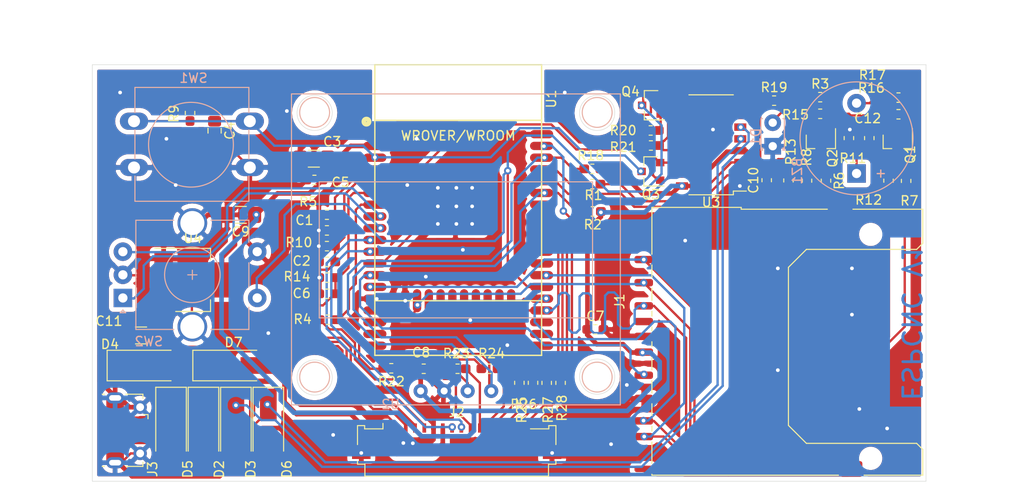
<source format=kicad_pcb>
(kicad_pcb (version 20171130) (host pcbnew "(5.1.0)-1")
  (layers (0 F.Cu signal) (31 B.Cu signal) (34 B.Paste user) (35 F.Paste user) (36 B.SilkS user) (37 F.SilkS user) (38 B.Mask user) (39 F.Mask user) (44 Edge.Cuts user))
  (net 0 "")
  (net 1 +3V3)
  (net 2 "Net-(BZ1-Pad2)")
  (net 3 /AD0)
  (net 4 GND)
  (net 5 /AD1)
  (net 6 /Enable)
  (net 7 /AD2)
  (net 8 "Net-(C11-Pad1)")
  (net 9 "Net-(D1-Pad2)")
  (net 10 "Net-(D2-Pad2)")
  (net 11 "Net-(D2-Pad1)")
  (net 12 "Net-(D5-Pad2)")
  (net 13 +5V)
  (net 14 /SD_D3)
  (net 15 "Net-(J1-Pad11)")
  (net 16 /SD_D1)
  (net 17 /SD_D2)
  (net 18 "Net-(J1-Pad10)")
  (net 19 /SD_CLK)
  (net 20 /SD_CMD)
  (net 21 /SD_D0)
  (net 22 /DA0)
  (net 23 /DA1)
  (net 24 "Net-(J2-Pad10)")
  (net 25 "Net-(J2-Pad11)")
  (net 26 "Net-(J2-Pad12)")
  (net 27 "Net-(J2-Pad13)")
  (net 28 "Net-(J2-Pad14)")
  (net 29 "Net-(J2-Pad15)")
  (net 30 "Net-(J2-Pad16)")
  (net 31 "Net-(J3-Pad4)")
  (net 32 "Net-(Q1-Pad3)")
  (net 33 "Net-(Q1-Pad1)")
  (net 34 "Net-(Q2-Pad3)")
  (net 35 "Net-(Q3-Pad1)")
  (net 36 "Net-(Q3-Pad2)")
  (net 37 /BTN)
  (net 38 "Net-(Q4-Pad2)")
  (net 39 "Net-(Q4-Pad1)")
  (net 40 /I2C_SCL)
  (net 41 /I2C_SDA)
  (net 42 /INT)
  (net 43 /SD_CS)
  (net 44 /TXD)
  (net 45 "Net-(R18-Pad1)")
  (net 46 /I2S_BS)
  (net 47 /I2S_WS)
  (net 48 /RESERV)
  (net 49 /I2S_DO)
  (net 50 /ROT_B)
  (net 51 /ROT_A)
  (net 52 /RXD)
  (net 53 "Net-(U1-Pad32)")
  (net 54 "Net-(U1-Pad28)")
  (net 55 "Net-(U1-Pad27)")
  (net 56 "Net-(U1-Pad20)")
  (net 57 "Net-(U1-Pad19)")
  (net 58 "Net-(U1-Pad21)")
  (net 59 "Net-(U1-Pad17)")
  (net 60 "Net-(U1-Pad18)")
  (net 61 "Net-(U1-Pad22)")
  (net 62 "Net-(U1-PadB19)")
  (net 63 "Net-(U1-PadB21)")
  (net 64 "Net-(U1-PadB18)")
  (net 65 "Net-(U1-PadB22)")
  (net 66 "Net-(U1-PadB17)")
  (net 67 "Net-(U1-PadB20)")
  (net 68 "Net-(U3-Pad7)")
  (net 69 "Net-(U3-Pad8)")
  (net 70 "Net-(U3-Pad9)")
  (net 71 "Net-(U3-Pad10)")
  (net 72 "Net-(U3-Pad11)")
  (net 73 "Net-(U3-Pad12)")
  (net 74 "Net-(U3-Pad15)")
  (module Rotary_Encoder:RotaryEncoder_Alps_EC11E-Switch_Vertical_H20mm_CircularMountingHoles (layer B.Cu) (at 168.3 65.2)
    (fp_text reference SW2 (at 2.8 4.7) (layer B.SilkS) (effects (justify mirror)))
    (fp_text value EC11)
    (pad A thru_hole rect (at 0 0) (size 2 2) (drill 1) (layers *.Cu *.Mask) (net 51 /ROT_A))
    (pad C thru_hole circle (at 0 -2.5) (size 2 2) (drill 1) (layers *.Cu *.Mask) (net 4 GND))
    (pad B thru_hole circle (at 0 -5) (size 2 2) (drill 1) (layers *.Cu *.Mask) (net 50 /ROT_B))
    (pad MP thru_hole circle (at 7.5 3.1) (size 3.2 3.2) (drill 2.6) (layers *.Cu *.Mask) (net 4 GND))
    (pad MP thru_hole circle (at 7.5 -8.1) (size 3.2 3.2) (drill 2.6) (layers *.Cu *.Mask) (net 4 GND))
    (pad S2 thru_hole circle (at 14.5 0) (size 2 2) (drill 1) (layers *.Cu *.Mask) (net 37 /BTN))
    (pad S1 thru_hole circle (at 14.5 -5) (size 2 2) (drill 1) (layers *.Cu *.Mask) (net 4 GND))
  )
  (module ESPCNC:1.3_inch_i2c_oled_128x64_jinyichen (layer B.Cu) (at 204.5 76.75)
    (fp_text reference U2 (at -7.3 -0.05) (layer B.SilkS) (effects (justify mirror)))
    (fp_text value OLED)
    (pad 4 thru_hole circle (at 3.56 -1.5) (size 1.524 1.524) (drill 0.762) (layers *.Cu *.Mask) (net 41 /I2C_SDA))
    (pad 3 thru_hole circle (at 1.02 -1.5) (size 1.524 1.524) (drill 0.762) (layers *.Cu *.Mask) (net 40 /I2C_SCL))
    (pad 2 thru_hole circle (at -1.52 -1.5) (size 1.524 1.524) (drill 0.762) (layers *.Cu *.Mask) (net 4 GND))
    (pad 1 thru_hole circle (at -4.06 -1.5) (size 1.524 1.524) (drill 0.762) (layers *.Cu *.Mask) (net 1 +3V3))
  )
  (module Button_Switch_THT:SW_PUSH-12mm (layer B.Cu) (at 182 46.1 180)
    (fp_text reference SW1 (at 6.08 4.66 180) (layer B.SilkS) (effects (justify mirror)))
    (fp_text value RESET/STOP)
    (pad 1 thru_hole oval (at 12.5 0 180) (size 3.048 1.85) (drill 1.3) (layers *.Cu *.Mask) (net 6 /Enable))
    (pad 2 thru_hole oval (at 12.5 -5 180) (size 3.048 1.85) (drill 1.3) (layers *.Cu *.Mask) (net 4 GND))
    (pad 1 thru_hole oval (at 0 0 180) (size 3.048 1.85) (drill 1.3) (layers *.Cu *.Mask) (net 6 /Enable))
    (pad 2 thru_hole oval (at 0 -5 180) (size 3.048 1.85) (drill 1.3) (layers *.Cu *.Mask) (net 4 GND))
  )
  (module Resistor_SMD:R_0603_1608Metric_Pad1.05x0.95mm_HandSolder (layer F.Cu) (at 215.55 74.375 90)
    (fp_text reference R28 (at -2.725 0.15 90) (layer F.SilkS))
    (fp_text value 15)
    (pad 2 smd roundrect (at 0.875 0 90) (size 1.05 0.95) (layers F.Cu F.Paste F.Mask) (net 48 /RESERV))
    (pad 1 smd roundrect (at -0.875 0 90) (size 1.05 0.95) (layers F.Cu F.Paste F.Mask) (net 30 "Net-(J2-Pad16)"))
  )
  (module Resistor_SMD:R_0603_1608Metric_Pad1.05x0.95mm_HandSolder (layer F.Cu) (at 214.05 74.375 90)
    (fp_text reference R27 (at -2.925 0.15 90) (layer F.SilkS))
    (fp_text value 15)
    (pad 2 smd roundrect (at 0.875 0 90) (size 1.05 0.95) (layers F.Cu F.Paste F.Mask) (net 49 /I2S_DO))
    (pad 1 smd roundrect (at -0.875 0 90) (size 1.05 0.95) (layers F.Cu F.Paste F.Mask) (net 29 "Net-(J2-Pad15)"))
  )
  (module Resistor_SMD:R_0603_1608Metric_Pad1.05x0.95mm_HandSolder (layer F.Cu) (at 212.5742 74.3675 90)
    (fp_text reference R26 (at -2.325 -1 180) (layer F.SilkS))
    (fp_text value 15)
    (pad 2 smd roundrect (at 0.875 0 90) (size 1.05 0.95) (layers F.Cu F.Paste F.Mask) (net 46 /I2S_BS))
    (pad 1 smd roundrect (at -0.875 0 90) (size 1.05 0.95) (layers F.Cu F.Paste F.Mask) (net 28 "Net-(J2-Pad14)"))
  )
  (module Resistor_SMD:R_0603_1608Metric_Pad1.05x0.95mm_HandSolder (layer F.Cu) (at 211.101 74.3675 90)
    (fp_text reference R25 (at -2.925 0.25 90) (layer F.SilkS))
    (fp_text value 15)
    (pad 2 smd roundrect (at 0.875 0 90) (size 1.05 0.95) (layers F.Cu F.Paste F.Mask) (net 47 /I2S_WS))
    (pad 1 smd roundrect (at -0.875 0 90) (size 1.05 0.95) (layers F.Cu F.Paste F.Mask) (net 27 "Net-(J2-Pad13)"))
  )
  (module Resistor_SMD:R_0603_1608Metric_Pad1.05x0.95mm_HandSolder (layer F.Cu) (at 207.875 72.85 180)
    (fp_text reference R24 (at -0.225 1.65 180) (layer F.SilkS))
    (fp_text value 15)
    (pad 2 smd roundrect (at 0.875 0 180) (size 1.05 0.95) (layers F.Cu F.Paste F.Mask) (net 40 /I2C_SCL))
    (pad 1 smd roundrect (at -0.875 0 180) (size 1.05 0.95) (layers F.Cu F.Paste F.Mask) (net 26 "Net-(J2-Pad12)"))
  )
  (module Resistor_SMD:R_0603_1608Metric_Pad1.05x0.95mm_HandSolder (layer F.Cu) (at 204.425 72.85 180)
    (fp_text reference R23 (at 0.125 1.65 180) (layer F.SilkS))
    (fp_text value 15)
    (pad 2 smd roundrect (at 0.875 0 180) (size 1.05 0.95) (layers F.Cu F.Paste F.Mask) (net 41 /I2C_SDA))
    (pad 1 smd roundrect (at -0.875 0 180) (size 1.05 0.95) (layers F.Cu F.Paste F.Mask) (net 25 "Net-(J2-Pad11)"))
  )
  (module Resistor_SMD:R_0603_1608Metric_Pad1.05x0.95mm_HandSolder (layer F.Cu) (at 197.275 72.8 180)
    (fp_text reference R22 (at 0 -1.43 180) (layer F.SilkS))
    (fp_text value 15)
    (pad 2 smd roundrect (at 0.875 0 180) (size 1.05 0.95) (layers F.Cu F.Paste F.Mask) (net 42 /INT))
    (pad 1 smd roundrect (at -0.875 0 180) (size 1.05 0.95) (layers F.Cu F.Paste F.Mask) (net 24 "Net-(J2-Pad10)"))
  )
  (module ESPCNC:ESP32-WROVER-WROOM (layer F.Cu) (at 195.5 47.5)
    (fp_text reference U1 (at 19.05 -3.81 90) (layer F.SilkS))
    (fp_text value ESP32-WROVER-WROOM)
    (fp_text user WROVER/WROOM (at 9 0.17) (layer F.SilkS))
    (pad 6 smd oval (at 0 6.35 180) (size 2.5 0.9) (layers F.Cu F.Paste F.Mask) (net 7 /AD2))
    (pad 8 smd oval (at 0 8.89 180) (size 2.5 0.9) (layers F.Cu F.Paste F.Mask) (net 50 /ROT_B))
    (pad 26 smd oval (at 18 15.24 180) (size 2.5 0.9) (layers F.Cu F.Paste F.Mask) (net 16 /SD_D1))
    (pad 2 smd oval (at 0 1.27 180) (size 2.5 0.9) (layers F.Cu F.Paste F.Mask) (net 1 +3V3))
    (pad 3 smd oval (at 0 2.54 180) (size 2.5 0.9) (layers F.Cu F.Paste F.Mask) (net 6 /Enable))
    (pad 30 smd oval (at 18 10.16 180) (size 2.5 0.9) (layers F.Cu F.Paste F.Mask) (net 46 /I2S_BS))
    (pad 37 smd oval (at 18 1.27 180) (size 2.5 0.9) (layers F.Cu F.Paste F.Mask) (net 49 /I2S_DO))
    (pad 38 smd oval (at 18 0 180) (size 2.5 0.9) (layers F.Cu F.Paste F.Mask) (net 4 GND))
    (pad 33 smd oval (at 18 6.35 180) (size 2.5 0.9) (layers F.Cu F.Paste F.Mask) (net 41 /I2C_SDA))
    (pad 29 smd oval (at 18 11.43 180) (size 2.5 0.9) (layers F.Cu F.Paste F.Mask) (net 47 /I2S_WS))
    (pad 36 smd oval (at 18 2.54 180) (size 2.5 0.9) (layers F.Cu F.Paste F.Mask) (net 40 /I2C_SCL))
    (pad 35 smd oval (at 18 3.81 180) (size 2.5 0.9) (layers F.Cu F.Paste F.Mask) (net 45 "Net-(R18-Pad1)"))
    (pad 34 smd oval (at 18 5.08 180) (size 2.5 0.9) (layers F.Cu F.Paste F.Mask) (net 52 /RXD))
    (pad 11 smd oval (at 0 12.7 180) (size 2.5 0.9) (layers F.Cu F.Paste F.Mask) (net 23 /DA1))
    (pad 32 smd oval (at 18 7.62 180) (size 2.5 0.9) (layers F.Cu F.Paste F.Mask) (net 53 "Net-(U1-Pad32)"))
    (pad 14 smd oval (at 0 16.51 180) (size 2.5 0.9) (layers F.Cu F.Paste F.Mask) (net 17 /SD_D2))
    (pad 1 smd oval (at 0 0 180) (size 2.5 0.9) (layers F.Cu F.Paste F.Mask) (net 4 GND))
    (pad 12 smd oval (at 0 13.97 180) (size 2.5 0.9) (layers F.Cu F.Paste F.Mask) (net 43 /SD_CS))
    (pad 10 smd oval (at 0 11.43 180) (size 2.5 0.9) (layers F.Cu F.Paste F.Mask) (net 22 /DA0))
    (pad 25 smd oval (at 18 16.51 180) (size 2.5 0.9) (layers F.Cu F.Paste F.Mask) (net 37 /BTN))
    (pad 31 smd oval (at 18 8.89 180) (size 2.5 0.9) (layers F.Cu F.Paste F.Mask) (net 48 /RESERV))
    (pad 13 smd oval (at 0 15.24 180) (size 2.5 0.9) (layers F.Cu F.Paste F.Mask) (net 19 /SD_CLK))
    (pad 9 smd oval (at 0 10.16 180) (size 2.5 0.9) (layers F.Cu F.Paste F.Mask) (net 51 /ROT_A))
    (pad 4 smd oval (at 0 3.81 180) (size 2.5 0.9) (layers F.Cu F.Paste F.Mask) (net 3 /AD0))
    (pad 39 smd rect (at 8.7 7.7 180) (size 6 6) (layers F.Cu F.Paste F.Mask) (net 4 GND))
    (pad 28 smd oval (at 18 12.7 180) (size 2.5 0.9) (layers F.Cu F.Paste F.Mask) (net 54 "Net-(U1-Pad28)"))
    (pad 27 smd oval (at 18 13.97 180) (size 2.5 0.9) (layers F.Cu F.Paste F.Mask) (net 55 "Net-(U1-Pad27)"))
    (pad 23 smd oval (at 18 19.05 180) (size 2.5 0.9) (layers F.Cu F.Paste F.Mask) (net 20 /SD_CMD))
    (pad 16 smd oval (at 0 19.05 180) (size 2.5 0.9) (layers F.Cu F.Paste F.Mask) (net 14 /SD_D3))
    (pad 20 smd oval (at 18 22.86 180) (size 2.5 0.9) (layers F.Cu F.Paste F.Mask) (net 56 "Net-(U1-Pad20)"))
    (pad 19 smd oval (at 0 22.86 180) (size 2.5 0.9) (layers F.Cu F.Paste F.Mask) (net 57 "Net-(U1-Pad19)"))
    (pad 15 smd oval (at 0 17.78 180) (size 2.5 0.9) (layers F.Cu F.Paste F.Mask) (net 4 GND))
    (pad 21 smd oval (at 18 21.59 180) (size 2.5 0.9) (layers F.Cu F.Paste F.Mask) (net 58 "Net-(U1-Pad21)"))
    (pad 17 smd oval (at 0 20.32 180) (size 2.5 0.9) (layers F.Cu F.Paste F.Mask) (net 59 "Net-(U1-Pad17)"))
    (pad 5 smd oval (at 0 5.08 180) (size 2.5 0.9) (layers F.Cu F.Paste F.Mask) (net 5 /AD1))
    (pad 18 smd oval (at 0 21.59 180) (size 2.5 0.9) (layers F.Cu F.Paste F.Mask) (net 60 "Net-(U1-Pad18)"))
    (pad 24 smd oval (at 18 17.78 180) (size 2.5 0.9) (layers F.Cu F.Paste F.Mask) (net 21 /SD_D0))
    (pad 22 smd oval (at 18 20.32 180) (size 2.5 0.9) (layers F.Cu F.Paste F.Mask) (net 61 "Net-(U1-Pad22)"))
    (pad 7 smd oval (at 0 7.62 180) (size 2.5 0.9) (layers F.Cu F.Paste F.Mask) (net 42 /INT))
    (pad B19 smd oval (at 8.365 18 180) (size 0.9 2.5) (layers F.Cu F.Paste F.Mask) (net 62 "Net-(U1-PadB19)"))
    (pad B21 smd oval (at 10.905 18 180) (size 0.9 2.5) (layers F.Cu F.Paste F.Mask) (net 63 "Net-(U1-PadB21)"))
    (pad B16 smd oval (at 4.555 18 180) (size 0.9 2.5) (layers F.Cu F.Paste F.Mask) (net 14 /SD_D3))
    (pad B18 smd oval (at 7.095 18 180) (size 0.9 2.5) (layers F.Cu F.Paste F.Mask) (net 64 "Net-(U1-PadB18)"))
    (pad B22 smd oval (at 12.175 18 180) (size 0.9 2.5) (layers F.Cu F.Paste F.Mask) (net 65 "Net-(U1-PadB22)"))
    (pad B23 smd oval (at 13.445 18 180) (size 0.9 2.5) (layers F.Cu F.Paste F.Mask) (net 20 /SD_CMD))
    (pad B17 smd oval (at 5.825 18 180) (size 0.9 2.5) (layers F.Cu F.Paste F.Mask) (net 66 "Net-(U1-PadB17)"))
    (pad B24 smd oval (at 14.715 18 180) (size 0.9 2.5) (layers F.Cu F.Paste F.Mask) (net 21 /SD_D0))
    (pad B20 smd oval (at 9.635 18 180) (size 0.9 2.5) (layers F.Cu F.Paste F.Mask) (net 67 "Net-(U1-PadB20)"))
    (pad B15 smd oval (at 3.285 18 180) (size 0.9 2.5) (layers F.Cu F.Paste F.Mask) (net 4 GND))
  )
  (module Package_TO_SOT_SMD:SOT-23 (layer F.Cu) (at 225.35 44.375 180)
    (fp_text reference Q4 (at 2.25 1.475 180) (layer F.SilkS))
    (fp_text value 2N3904)
    (pad 3 smd rect (at 1 0 180) (size 0.9 0.8) (layers F.Cu F.Paste F.Mask) (net 37 /BTN))
    (pad 2 smd rect (at -1 0.95 180) (size 0.9 0.8) (layers F.Cu F.Paste F.Mask) (net 38 "Net-(Q4-Pad2)"))
    (pad 1 smd rect (at -1 -0.95 180) (size 0.9 0.8) (layers F.Cu F.Paste F.Mask) (net 39 "Net-(Q4-Pad1)"))
  )
  (module Capacitor_SMD:C_0603_1608Metric_Pad1.05x0.95mm_HandSolder (layer F.Cu) (at 246.675 47.925 270)
    (fp_text reference C12 (at -2.125 -2.025) (layer F.SilkS))
    (fp_text value 0.1)
    (pad 2 smd roundrect (at 0.875 0 270) (size 1.05 0.95) (layers F.Cu F.Paste F.Mask) (net 1 +3V3))
    (pad 1 smd roundrect (at -0.875 0 270) (size 1.05 0.95) (layers F.Cu F.Paste F.Mask) (net 4 GND))
  )
  (module ESPCNC:SD_CARD (layer F.Cu) (at 224.527 63.58 90)
    (fp_text reference J1 (at -2 -2.6 90) (layer F.SilkS))
    (fp_text value SD_Card)
    (pad 7 smd roundrect (at -14.9 0 270) (size 0.8 2) (layers F.Cu F.Paste F.Mask) (roundrect_rratio 0.313) (net 21 /SD_D0))
    (pad "" np_thru_hole circle (at 5.25 24.5 270) (size 1.5 1.5) (drill 1.5) (layers *.Cu *.Mask))
    (pad 2 smd roundrect (at -2.47 0 270) (size 0.8 2) (layers F.Cu F.Paste F.Mask) (roundrect_rratio 0.313) (net 20 /SD_CMD))
    (pad 5 smd roundrect (at -9.97 0 270) (size 0.8 2) (layers F.Cu F.Paste F.Mask) (roundrect_rratio 0.313) (net 19 /SD_CLK))
    (pad 13 smd roundrect (at 7.25 21.2 270) (size 1.8 2.4) (layers F.Cu F.Paste F.Mask) (roundrect_rratio 0.139) (net 4 GND))
    (pad "" np_thru_hole circle (at -18.95 24.5 270) (size 1.5 1.5) (drill 1.5) (layers *.Cu *.Mask))
    (pad 10 smd roundrect (at -4.17 0 270) (size 0.8 2) (layers F.Cu F.Paste F.Mask) (roundrect_rratio 0.313) (net 18 "Net-(J1-Pad10)"))
    (pad 4 smd roundrect (at -7.47 0 270) (size 0.8 2) (layers F.Cu F.Paste F.Mask) (roundrect_rratio 0.313) (net 1 +3V3))
    (pad 9 smd roundrect (at 2.53 0 270) (size 0.8 2) (layers F.Cu F.Paste F.Mask) (roundrect_rratio 0.313) (net 17 /SD_D2))
    (pad 8 smd roundrect (at -16.6 0 270) (size 0.8 2) (layers F.Cu F.Paste F.Mask) (roundrect_rratio 0.313) (net 16 /SD_D1))
    (pad 11 smd roundrect (at -20.09 0 270) (size 0.7 2) (layers F.Cu F.Paste F.Mask) (roundrect_rratio 0.357) (net 15 "Net-(J1-Pad11)"))
    (pad 12 smd roundrect (at -20.1 22.4 270) (size 1.7 2.4) (layers F.Cu F.Paste F.Mask) (roundrect_rratio 0.147) (net 4 GND))
    (pad 3 smd roundrect (at -5.77 0 270) (size 0.8 2) (layers F.Cu F.Paste F.Mask) (roundrect_rratio 0.313) (net 4 GND))
    (pad 1 smd roundrect (at 0.03 0 270) (size 0.8 2) (layers F.Cu F.Paste F.Mask) (roundrect_rratio 0.313) (net 14 /SD_D3))
    (pad 6 smd roundrect (at -12.47 0 270) (size 0.8 2) (layers F.Cu F.Paste F.Mask) (roundrect_rratio 0.313) (net 4 GND))
  )
  (module Buzzer_Beeper:Buzzer_12x9.5RM7.6 (layer B.Cu) (at 247.5 51.75 90)
    (fp_text reference BZ1 (at 0.25 -6.4 90) (layer B.SilkS) (effects (justify mirror)))
    (fp_text value Buzzer)
    (fp_text user + (at -0.01 2.54 90) (layer B.SilkS) (effects (justify mirror)))
    (pad 1 thru_hole rect (at 0 0 90) (size 2 2) (drill 1) (layers *.Cu *.Mask) (net 1 +3V3))
    (pad 2 thru_hole circle (at 7.6 0 90) (size 2 2) (drill 1) (layers *.Cu *.Mask) (net 2 "Net-(BZ1-Pad2)"))
  )
  (module Capacitor_SMD:C_0603_1608Metric_Pad1.05x0.95mm_HandSolder (layer F.Cu) (at 190.325 56.2 180)
    (fp_text reference C1 (at 2.425 -0.6 180) (layer F.SilkS))
    (fp_text value 0.1)
    (pad 1 smd roundrect (at -0.875 0 180) (size 1.05 0.95) (layers F.Cu F.Paste F.Mask) (net 3 /AD0))
    (pad 2 smd roundrect (at 0.875 0 180) (size 1.05 0.95) (layers F.Cu F.Paste F.Mask) (net 4 GND))
  )
  (module Capacitor_SMD:C_0603_1608Metric_Pad1.05x0.95mm_HandSolder (layer F.Cu) (at 190.325 59.6 180)
    (fp_text reference C2 (at 2.725 -1.6 180) (layer F.SilkS))
    (fp_text value 0.1)
    (pad 2 smd roundrect (at 0.875 0 180) (size 1.05 0.95) (layers F.Cu F.Paste F.Mask) (net 4 GND))
    (pad 1 smd roundrect (at -0.875 0 180) (size 1.05 0.95) (layers F.Cu F.Paste F.Mask) (net 5 /AD1))
  )
  (module Capacitor_SMD:C_1206_3216Metric_Pad1.42x1.75mm_HandSolder (layer F.Cu) (at 188.9125 50.15 180)
    (fp_text reference C3 (at -1.9875 1.85 180) (layer F.SilkS))
    (fp_text value 10)
    (pad 1 smd roundrect (at -1.4875 0 180) (size 1.425 1.75) (layers F.Cu F.Paste F.Mask) (roundrect_rratio 0.175439) (net 1 +3V3))
    (pad 2 smd roundrect (at 1.4875 0 180) (size 1.425 1.75) (layers F.Cu F.Paste F.Mask) (roundrect_rratio 0.175439) (net 4 GND))
  )
  (module Capacitor_SMD:C_0805_2012Metric_Pad1.15x1.40mm_HandSolder (layer F.Cu) (at 178.2 47.125 270)
    (fp_text reference C4 (at 0 -1.65 270) (layer F.SilkS))
    (fp_text value 1)
    (pad 1 smd roundrect (at -1.025 0 270) (size 1.15 1.4) (layers F.Cu F.Paste F.Mask) (roundrect_rratio 0.217391) (net 6 /Enable))
    (pad 2 smd roundrect (at 1.025 0 270) (size 1.15 1.4) (layers F.Cu F.Paste F.Mask) (roundrect_rratio 0.217391) (net 4 GND))
  )
  (module Capacitor_SMD:C_0603_1608Metric_Pad1.05x0.95mm_HandSolder (layer F.Cu) (at 188.975 52.45 180)
    (fp_text reference C5 (at -2.825 -0.25 180) (layer F.SilkS))
    (fp_text value 0.1)
    (pad 2 smd roundrect (at 0.875 0 180) (size 1.05 0.95) (layers F.Cu F.Paste F.Mask) (net 4 GND))
    (pad 1 smd roundrect (at -0.875 0 180) (size 1.05 0.95) (layers F.Cu F.Paste F.Mask) (net 1 +3V3))
  )
  (module Capacitor_SMD:C_0603_1608Metric_Pad1.05x0.95mm_HandSolder (layer F.Cu) (at 190.375 63 180)
    (fp_text reference C6 (at 2.775 -1.7 180) (layer F.SilkS))
    (fp_text value 0.1)
    (pad 1 smd roundrect (at -0.875 0 180) (size 1.05 0.95) (layers F.Cu F.Paste F.Mask) (net 7 /AD2))
    (pad 2 smd roundrect (at 0.875 0 180) (size 1.05 0.95) (layers F.Cu F.Paste F.Mask) (net 4 GND))
  )
  (module Capacitor_SMD:C_0603_1608Metric_Pad1.05x0.95mm_HandSolder (layer F.Cu) (at 219.3 68.6)
    (fp_text reference C7 (at 0 -1.43) (layer F.SilkS))
    (fp_text value 0.1)
    (pad 2 smd roundrect (at 0.875 0) (size 1.05 0.95) (layers F.Cu F.Paste F.Mask) (net 4 GND))
    (pad 1 smd roundrect (at -0.875 0) (size 1.05 0.95) (layers F.Cu F.Paste F.Mask) (net 1 +3V3))
  )
  (module Capacitor_SMD:C_0603_1608Metric_Pad1.05x0.95mm_HandSolder (layer F.Cu) (at 200.775 72.85)
    (fp_text reference C8 (at -0.275 -1.75) (layer F.SilkS))
    (fp_text value 0.1)
    (pad 1 smd roundrect (at -0.875 0) (size 1.05 0.95) (layers F.Cu F.Paste F.Mask) (net 1 +3V3))
    (pad 2 smd roundrect (at 0.875 0) (size 1.05 0.95) (layers F.Cu F.Paste F.Mask) (net 4 GND))
  )
  (module Capacitor_SMD:C_1206_3216Metric_Pad1.42x1.75mm_HandSolder (layer F.Cu) (at 181.0258 56.2179 180)
    (fp_text reference C9 (at 0 -1.82 180) (layer F.SilkS))
    (fp_text value 10)
    (pad 2 smd roundrect (at 1.4875 0 180) (size 1.425 1.75) (layers F.Cu F.Paste F.Mask) (roundrect_rratio 0.175439) (net 4 GND))
    (pad 1 smd roundrect (at -1.4875 0 180) (size 1.425 1.75) (layers F.Cu F.Paste F.Mask) (roundrect_rratio 0.175439) (net 1 +3V3))
  )
  (module Capacitor_SMD:C_0603_1608Metric_Pad1.05x0.95mm_HandSolder (layer F.Cu) (at 237.8 52.475 90)
    (fp_text reference C10 (at 0 -1.43 90) (layer F.SilkS))
    (fp_text value 0.1)
    (pad 1 smd roundrect (at -0.875 0 90) (size 1.05 0.95) (layers F.Cu F.Paste F.Mask) (net 4 GND))
    (pad 2 smd roundrect (at 0.875 0 90) (size 1.05 0.95) (layers F.Cu F.Paste F.Mask) (net 1 +3V3))
  )
  (module Capacitor_SMD:C_1206_3216Metric_Pad1.42x1.75mm_HandSolder (layer F.Cu) (at 170.2625 69.25 180)
    (fp_text reference C11 (at 3.4625 1.55 180) (layer F.SilkS))
    (fp_text value 10)
    (pad 1 smd roundrect (at -1.4875 0 180) (size 1.425 1.75) (layers F.Cu F.Paste F.Mask) (roundrect_rratio 0.175439) (net 8 "Net-(C11-Pad1)"))
    (pad 2 smd roundrect (at 1.4875 0 180) (size 1.425 1.75) (layers F.Cu F.Paste F.Mask) (roundrect_rratio 0.175439) (net 4 GND))
  )
  (module LED_THT:LED_D1.8mm_W3.3mm_H2.4mm (layer B.Cu) (at 238.45 48.8 90)
    (fp_text reference D1 (at 1 -1.85 90) (layer B.SilkS) (effects (justify mirror)))
    (fp_text value LED)
    (pad 1 thru_hole rect (at 0 0 90) (size 1.8 1.8) (drill 0.9) (layers *.Cu *.Mask) (net 4 GND))
    (pad 2 thru_hole circle (at 2.54 0 90) (size 1.8 1.8) (drill 0.9) (layers *.Cu *.Mask) (net 9 "Net-(D1-Pad2)"))
  )
  (module Diode_SMD:D_SMA_Handsoldering (layer F.Cu) (at 177 79.25 270)
    (fp_text reference D2 (at 4.45 -1.7 270) (layer F.SilkS))
    (fp_text value SS12)
    (pad 2 smd rect (at 2.5 0 270) (size 3.5 1.8) (layers F.Cu F.Paste F.Mask) (net 10 "Net-(D2-Pad2)"))
    (pad 1 smd rect (at -2.5 0 270) (size 3.5 1.8) (layers F.Cu F.Paste F.Mask) (net 11 "Net-(D2-Pad1)"))
  )
  (module Diode_SMD:D_SMA_Handsoldering (layer F.Cu) (at 180.5 79.25 270)
    (fp_text reference D3 (at 4.45 -1.6 270) (layer F.SilkS))
    (fp_text value SS12)
    (pad 1 smd rect (at -2.5 0 270) (size 3.5 1.8) (layers F.Cu F.Paste F.Mask) (net 10 "Net-(D2-Pad2)"))
    (pad 2 smd rect (at 2.5 0 270) (size 3.5 1.8) (layers F.Cu F.Paste F.Mask) (net 4 GND))
  )
  (module Diode_SMD:D_SMA_Handsoldering (layer F.Cu) (at 171 72.5)
    (fp_text reference D4 (at -4.1 -2.3) (layer F.SilkS))
    (fp_text value SS12)
    (pad 2 smd rect (at 2.5 0) (size 3.5 1.8) (layers F.Cu F.Paste F.Mask) (net 11 "Net-(D2-Pad1)"))
    (pad 1 smd rect (at -2.5 0) (size 3.5 1.8) (layers F.Cu F.Paste F.Mask) (net 8 "Net-(C11-Pad1)"))
  )
  (module Diode_SMD:D_SMA_Handsoldering (layer F.Cu) (at 173.5 79.25 270)
    (fp_text reference D5 (at 4.45 -1.8 270) (layer F.SilkS))
    (fp_text value SS12)
    (pad 1 smd rect (at -2.5 0 270) (size 3.5 1.8) (layers F.Cu F.Paste F.Mask) (net 11 "Net-(D2-Pad1)"))
    (pad 2 smd rect (at 2.5 0 270) (size 3.5 1.8) (layers F.Cu F.Paste F.Mask) (net 12 "Net-(D5-Pad2)"))
  )
  (module Diode_SMD:D_SMA_Handsoldering (layer F.Cu) (at 184 79.25 270)
    (fp_text reference D6 (at 4.45 -2 270) (layer F.SilkS))
    (fp_text value SS12)
    (pad 2 smd rect (at 2.5 0 270) (size 3.5 1.8) (layers F.Cu F.Paste F.Mask) (net 4 GND))
    (pad 1 smd rect (at -2.5 0 270) (size 3.5 1.8) (layers F.Cu F.Paste F.Mask) (net 12 "Net-(D5-Pad2)"))
  )
  (module Diode_SMD:D_SMA_Handsoldering (layer F.Cu) (at 180.25 72.5)
    (fp_text reference D7 (at 0 -2.5) (layer F.SilkS))
    (fp_text value SS12)
    (pad 2 smd rect (at 2.5 0) (size 3.5 1.8) (layers F.Cu F.Paste F.Mask) (net 13 +5V))
    (pad 1 smd rect (at -2.5 0) (size 3.5 1.8) (layers F.Cu F.Paste F.Mask) (net 8 "Net-(C11-Pad1)"))
  )
  (module Connector_FFC-FPC:Molex_200528-0160_1x16-1MP_P1.00mm_Horizontal (layer F.Cu) (at 204.336 80.162)
    (fp_text reference J2 (at 0 -2.61) (layer F.SilkS))
    (fp_text value FPC16)
    (pad MP smd rect (at -10.3 1.79) (size 2 1.3) (layers F.Cu F.Paste F.Mask) (net 4 GND))
    (pad MP smd rect (at 10.3 1.79) (size 2 1.3) (layers F.Cu F.Paste F.Mask) (net 4 GND))
    (pad 1 smd rect (at -7.5 -0.91) (size 0.4 1) (layers F.Cu F.Paste F.Mask) (net 13 +5V))
    (pad 2 smd rect (at -6.5 -0.91) (size 0.4 1) (layers F.Cu F.Paste F.Mask) (net 4 GND))
    (pad 3 smd rect (at -5.5 -0.91) (size 0.4 1) (layers F.Cu F.Paste F.Mask) (net 3 /AD0))
    (pad 4 smd rect (at -4.5 -0.91) (size 0.4 1) (layers F.Cu F.Paste F.Mask) (net 5 /AD1))
    (pad 5 smd rect (at -3.5 -0.91) (size 0.4 1) (layers F.Cu F.Paste F.Mask) (net 7 /AD2))
    (pad 6 smd rect (at -2.5 -0.91) (size 0.4 1) (layers F.Cu F.Paste F.Mask) (net 4 GND))
    (pad 7 smd rect (at -1.5 -0.91) (size 0.4 1) (layers F.Cu F.Paste F.Mask) (net 13 +5V))
    (pad 8 smd rect (at -0.5 -0.91) (size 0.4 1) (layers F.Cu F.Paste F.Mask) (net 22 /DA0))
    (pad 9 smd rect (at 0.5 -0.91) (size 0.4 1) (layers F.Cu F.Paste F.Mask) (net 23 /DA1))
    (pad 10 smd rect (at 1.5 -0.91) (size 0.4 1) (layers F.Cu F.Paste F.Mask) (net 24 "Net-(J2-Pad10)"))
    (pad 11 smd rect (at 2.5 -0.91) (size 0.4 1) (layers F.Cu F.Paste F.Mask) (net 25 "Net-(J2-Pad11)"))
    (pad 12 smd rect (at 3.5 -0.91) (size 0.4 1) (layers F.Cu F.Paste F.Mask) (net 26 "Net-(J2-Pad12)"))
    (pad 13 smd rect (at 4.5 -0.91) (size 0.4 1) (layers F.Cu F.Paste F.Mask) (net 27 "Net-(J2-Pad13)"))
    (pad 14 smd rect (at 5.5 -0.91) (size 0.4 1) (layers F.Cu F.Paste F.Mask) (net 28 "Net-(J2-Pad14)"))
    (pad 15 smd rect (at 6.5 -0.91) (size 0.4 1) (layers F.Cu F.Paste F.Mask) (net 29 "Net-(J2-Pad15)"))
    (pad 16 smd rect (at 7.5 -0.91) (size 0.4 1) (layers F.Cu F.Paste F.Mask) (net 30 "Net-(J2-Pad16)"))
  )
  (module Connector_USB:USB_Micro-B_Molex-105017-0001 (layer F.Cu) (at 168.7 79.5 270)
    (fp_text reference J3 (at 4.2 -2.8 270) (layer F.SilkS))
    (fp_text value USB_B_Micro)
    (pad 6 smd rect (at -2.9 1.2375 270) (size 1.2 1.9) (layers F.Cu F.Mask) (net 4 GND))
    (pad 6 smd rect (at 2.9 1.2375 270) (size 1.2 1.9) (layers F.Cu F.Mask) (net 4 GND))
    (pad 6 thru_hole oval (at 3.5 1.2375 270) (size 1.2 1.9) (drill oval 0.6 1.3) (layers *.Cu *.Mask) (net 4 GND))
    (pad 6 thru_hole oval (at -3.5 1.2375 90) (size 1.2 1.9) (drill oval 0.6 1.3) (layers *.Cu *.Mask) (net 4 GND))
    (pad 6 smd rect (at -1 1.2375 270) (size 1.5 1.9) (layers F.Cu F.Paste F.Mask) (net 4 GND))
    (pad 6 thru_hole circle (at 2.5 -1.4625 270) (size 1.45 1.45) (drill 0.85) (layers *.Cu *.Mask) (net 4 GND))
    (pad 3 smd rect (at 0 -1.4625 270) (size 0.4 1.35) (layers F.Cu F.Paste F.Mask) (net 12 "Net-(D5-Pad2)"))
    (pad 4 smd rect (at 0.65 -1.4625 270) (size 0.4 1.35) (layers F.Cu F.Paste F.Mask) (net 31 "Net-(J3-Pad4)"))
    (pad 5 smd rect (at 1.3 -1.4625 270) (size 0.4 1.35) (layers F.Cu F.Paste F.Mask) (net 4 GND))
    (pad 1 smd rect (at -1.3 -1.4625 270) (size 0.4 1.35) (layers F.Cu F.Paste F.Mask) (net 11 "Net-(D2-Pad1)"))
    (pad 2 smd rect (at -0.65 -1.4625 270) (size 0.4 1.35) (layers F.Cu F.Paste F.Mask) (net 10 "Net-(D2-Pad2)"))
    (pad 6 thru_hole circle (at -2.5 -1.4625 270) (size 1.45 1.45) (drill 0.85) (layers *.Cu *.Mask) (net 4 GND))
    (pad 6 smd rect (at 1 1.2375 270) (size 1.5 1.9) (layers F.Cu F.Paste F.Mask) (net 4 GND))
  )
  (module Package_TO_SOT_SMD:SOT-23 (layer F.Cu) (at 251.95 48.3 270)
    (fp_text reference Q1 (at 1.4 -1.35 270) (layer F.SilkS))
    (fp_text value 2N3906)
    (pad 3 smd rect (at 1 0 270) (size 0.9 0.8) (layers F.Cu F.Paste F.Mask) (net 32 "Net-(Q1-Pad3)"))
    (pad 2 smd rect (at -1 0.95 270) (size 0.9 0.8) (layers F.Cu F.Paste F.Mask) (net 1 +3V3))
    (pad 1 smd rect (at -1 -0.95 270) (size 0.9 0.8) (layers F.Cu F.Paste F.Mask) (net 33 "Net-(Q1-Pad1)"))
  )
  (module Package_TO_SOT_SMD:SOT-23 (layer F.Cu) (at 243.65 48.3 270)
    (fp_text reference Q2 (at 1.8 -1.25 90) (layer F.SilkS))
    (fp_text value 2N3906)
    (pad 1 smd rect (at -1 -0.95 270) (size 0.9 0.8) (layers F.Cu F.Paste F.Mask) (net 33 "Net-(Q1-Pad1)"))
    (pad 2 smd rect (at -1 0.95 270) (size 0.9 0.8) (layers F.Cu F.Paste F.Mask) (net 1 +3V3))
    (pad 3 smd rect (at 1 0 270) (size 0.9 0.8) (layers F.Cu F.Paste F.Mask) (net 34 "Net-(Q2-Pad3)"))
  )
  (module Package_TO_SOT_SMD:SOT-23 (layer F.Cu) (at 225.3 51.525 180)
    (fp_text reference Q3 (at 0 -2.5 180) (layer F.SilkS))
    (fp_text value 2N3904)
    (pad 1 smd rect (at -1 -0.95 180) (size 0.9 0.8) (layers F.Cu F.Paste F.Mask) (net 35 "Net-(Q3-Pad1)"))
    (pad 2 smd rect (at -1 0.95 180) (size 0.9 0.8) (layers F.Cu F.Paste F.Mask) (net 36 "Net-(Q3-Pad2)"))
    (pad 3 smd rect (at 1 0 180) (size 0.9 0.8) (layers F.Cu F.Paste F.Mask) (net 6 /Enable))
  )
  (module Resistor_SMD:R_0603_1608Metric_Pad1.05x0.95mm_HandSolder (layer F.Cu) (at 218.975 51.25 180)
    (fp_text reference R1 (at -0.125 -2.85 180) (layer F.SilkS))
    (fp_text value 2.2k)
    (pad 2 smd roundrect (at 0.875 0 180) (size 1.05 0.95) (layers F.Cu F.Paste F.Mask) (net 40 /I2C_SCL))
    (pad 1 smd roundrect (at -0.875 0 180) (size 1.05 0.95) (layers F.Cu F.Paste F.Mask) (net 1 +3V3))
  )
  (module Resistor_SMD:R_0603_1608Metric_Pad1.05x0.95mm_HandSolder (layer F.Cu) (at 219.025 55.85 180)
    (fp_text reference R2 (at 0 -1.43 180) (layer F.SilkS))
    (fp_text value 2.2k)
    (pad 1 smd roundrect (at -0.875 0 180) (size 1.05 0.95) (layers F.Cu F.Paste F.Mask) (net 1 +3V3))
    (pad 2 smd roundrect (at 0.875 0 180) (size 1.05 0.95) (layers F.Cu F.Paste F.Mask) (net 41 /I2C_SDA))
  )
  (module Resistor_SMD:R_0603_1608Metric_Pad1.05x0.95mm_HandSolder (layer F.Cu) (at 243.575 43.5)
    (fp_text reference R3 (at 0 -1.43) (layer F.SilkS))
    (fp_text value 47k)
    (pad 1 smd roundrect (at -0.875 0) (size 1.05 0.95) (layers F.Cu F.Paste F.Mask) (net 1 +3V3))
    (pad 2 smd roundrect (at 0.875 0) (size 1.05 0.95) (layers F.Cu F.Paste F.Mask) (net 37 /BTN))
  )
  (module Resistor_SMD:R_0603_1608Metric_Pad1.05x0.95mm_HandSolder (layer F.Cu) (at 190.425 67.55)
    (fp_text reference R4 (at -2.725 -0.05) (layer F.SilkS))
    (fp_text value 10k)
    (pad 1 smd roundrect (at -0.875 0) (size 1.05 0.95) (layers F.Cu F.Paste F.Mask) (net 1 +3V3))
    (pad 2 smd roundrect (at 0.875 0) (size 1.05 0.95) (layers F.Cu F.Paste F.Mask) (net 42 /INT))
  )
  (module Resistor_SMD:R_0603_1608Metric_Pad1.05x0.95mm_HandSolder (layer F.Cu) (at 190.325 57.9)
    (fp_text reference R5 (at -2.025 -3.1) (layer F.SilkS))
    (fp_text value 1M)
    (pad 2 smd roundrect (at 0.875 0) (size 1.05 0.95) (layers F.Cu F.Paste F.Mask) (net 3 /AD0))
    (pad 1 smd roundrect (at -0.875 0) (size 1.05 0.95) (layers F.Cu F.Paste F.Mask) (net 4 GND))
  )
  (module Resistor_SMD:R_0603_1608Metric_Pad1.05x0.95mm_HandSolder (layer F.Cu) (at 244.2 52.525 270)
    (fp_text reference R6 (at 0 -1.43 270) (layer F.SilkS))
    (fp_text value 10k)
    (pad 1 smd roundrect (at -0.875 0 270) (size 1.05 0.95) (layers F.Cu F.Paste F.Mask) (net 1 +3V3))
    (pad 2 smd roundrect (at 0.875 0 270) (size 1.05 0.95) (layers F.Cu F.Paste F.Mask) (net 20 /SD_CMD))
  )
  (module Resistor_SMD:R_0603_1608Metric_Pad1.05x0.95mm_HandSolder (layer F.Cu) (at 252.85 52.55 270)
    (fp_text reference R7 (at 2.15 -0.35) (layer F.SilkS))
    (fp_text value 10k)
    (pad 2 smd roundrect (at 0.875 0 270) (size 1.05 0.95) (layers F.Cu F.Paste F.Mask) (net 16 /SD_D1))
    (pad 1 smd roundrect (at -0.875 0 270) (size 1.05 0.95) (layers F.Cu F.Paste F.Mask) (net 1 +3V3))
  )
  (module Resistor_SMD:R_0603_1608Metric_Pad1.05x0.95mm_HandSolder (layer F.Cu) (at 242.15 52.525 270)
    (fp_text reference R8 (at -2.525 0.05 270) (layer F.SilkS))
    (fp_text value 10k)
    (pad 1 smd roundrect (at -0.875 0 270) (size 1.05 0.95) (layers F.Cu F.Paste F.Mask) (net 1 +3V3))
    (pad 2 smd roundrect (at 0.875 0 270) (size 1.05 0.95) (layers F.Cu F.Paste F.Mask) (net 14 /SD_D3))
  )
  (module Resistor_SMD:R_0603_1608Metric_Pad1.05x0.95mm_HandSolder (layer F.Cu) (at 175.55 45.2 270)
    (fp_text reference R9 (at 0.1 1.75 270) (layer F.SilkS))
    (fp_text value 47k)
    (pad 2 smd roundrect (at 0.875 0 270) (size 1.05 0.95) (layers F.Cu F.Paste F.Mask) (net 6 /Enable))
    (pad 1 smd roundrect (at -0.875 0 270) (size 1.05 0.95) (layers F.Cu F.Paste F.Mask) (net 1 +3V3))
  )
  (module Resistor_SMD:R_0603_1608Metric_Pad1.05x0.95mm_HandSolder (layer F.Cu) (at 190.35 61.3)
    (fp_text reference R10 (at -3.05 -2.1) (layer F.SilkS))
    (fp_text value 1M)
    (pad 2 smd roundrect (at 0.875 0) (size 1.05 0.95) (layers F.Cu F.Paste F.Mask) (net 5 /AD1))
    (pad 1 smd roundrect (at -0.875 0) (size 1.05 0.95) (layers F.Cu F.Paste F.Mask) (net 4 GND))
  )
  (module Resistor_SMD:R_0603_1608Metric_Pad1.05x0.95mm_HandSolder (layer F.Cu) (at 248.875 47.925 90)
    (fp_text reference R11 (at -2.175 -1.775 180) (layer F.SilkS))
    (fp_text value 47k)
    (pad 2 smd roundrect (at 0.875 0 90) (size 1.05 0.95) (layers F.Cu F.Paste F.Mask) (net 4 GND))
    (pad 1 smd roundrect (at -0.875 0 90) (size 1.05 0.95) (layers F.Cu F.Paste F.Mask) (net 32 "Net-(Q1-Pad3)"))
  )
  (module Resistor_SMD:R_0603_1608Metric_Pad1.05x0.95mm_HandSolder (layer F.Cu) (at 250.95 52.525 270)
    (fp_text reference R12 (at 2.075 2.15) (layer F.SilkS))
    (fp_text value 10k)
    (pad 2 smd roundrect (at 0.875 0 270) (size 1.05 0.95) (layers F.Cu F.Paste F.Mask) (net 21 /SD_D0))
    (pad 1 smd roundrect (at -0.875 0 270) (size 1.05 0.95) (layers F.Cu F.Paste F.Mask) (net 32 "Net-(Q1-Pad3)"))
  )
  (module Resistor_SMD:R_0603_1608Metric_Pad1.05x0.95mm_HandSolder (layer F.Cu) (at 240.15 52.5 270)
    (fp_text reference R13 (at -3.1 -0.25 270) (layer F.SilkS))
    (fp_text value 10K)
    (pad 1 smd roundrect (at -0.875 0 270) (size 1.05 0.95) (layers F.Cu F.Paste F.Mask) (net 34 "Net-(Q2-Pad3)"))
    (pad 2 smd roundrect (at 0.875 0 270) (size 1.05 0.95) (layers F.Cu F.Paste F.Mask) (net 17 /SD_D2))
  )
  (module Resistor_SMD:R_0603_1608Metric_Pad1.05x0.95mm_HandSolder (layer F.Cu) (at 190.375 64.75)
    (fp_text reference R14 (at -3.275 -1.85) (layer F.SilkS))
    (fp_text value 1M)
    (pad 1 smd roundrect (at -0.875 0) (size 1.05 0.95) (layers F.Cu F.Paste F.Mask) (net 4 GND))
    (pad 2 smd roundrect (at 0.875 0) (size 1.05 0.95) (layers F.Cu F.Paste F.Mask) (net 7 /AD2))
  )
  (module Resistor_SMD:R_0603_1608Metric_Pad1.05x0.95mm_HandSolder (layer F.Cu) (at 243.575 45.3)
    (fp_text reference R15 (at -2.675 0.1) (layer F.SilkS))
    (fp_text value 47k)
    (pad 1 smd roundrect (at -0.875 0) (size 1.05 0.95) (layers F.Cu F.Paste F.Mask) (net 43 /SD_CS))
    (pad 2 smd roundrect (at 0.875 0) (size 1.05 0.95) (layers F.Cu F.Paste F.Mask) (net 33 "Net-(Q1-Pad1)"))
  )
  (module Resistor_SMD:R_0603_1608Metric_Pad1.05x0.95mm_HandSolder (layer F.Cu) (at 252.025 45.35 180)
    (fp_text reference R16 (at 2.925 2.85 180) (layer F.SilkS))
    (fp_text value 47k)
    (pad 2 smd roundrect (at 0.875 0 180) (size 1.05 0.95) (layers F.Cu F.Paste F.Mask) (net 1 +3V3))
    (pad 1 smd roundrect (at -0.875 0 180) (size 1.05 0.95) (layers F.Cu F.Paste F.Mask) (net 33 "Net-(Q1-Pad1)"))
  )
  (module Resistor_SMD:R_0603_1608Metric_Pad1.05x0.95mm_HandSolder (layer F.Cu) (at 252.025 43.55)
    (fp_text reference R17 (at -2.825 -2.45) (layer F.SilkS))
    (fp_text value 47)
    (pad 1 smd roundrect (at -0.875 0) (size 1.05 0.95) (layers F.Cu F.Paste F.Mask) (net 2 "Net-(BZ1-Pad2)"))
    (pad 2 smd roundrect (at 0.875 0) (size 1.05 0.95) (layers F.Cu F.Paste F.Mask) (net 37 /BTN))
  )
  (module Resistor_SMD:R_0603_1608Metric_Pad1.05x0.95mm_HandSolder (layer F.Cu) (at 218.975 52.9)
    (fp_text reference R18 (at -0.175 -3.1) (layer F.SilkS))
    (fp_text value 499)
    (pad 2 smd roundrect (at 0.875 0) (size 1.05 0.95) (layers F.Cu F.Paste F.Mask) (net 44 /TXD))
    (pad 1 smd roundrect (at -0.875 0) (size 1.05 0.95) (layers F.Cu F.Paste F.Mask) (net 45 "Net-(R18-Pad1)"))
  )
  (module Resistor_SMD:R_0603_1608Metric_Pad1.05x0.95mm_HandSolder (layer F.Cu) (at 238.6 43.875)
    (fp_text reference R19 (at 0 -1.43) (layer F.SilkS))
    (fp_text value 1k)
    (pad 1 smd roundrect (at -0.875 0) (size 1.05 0.95) (layers F.Cu F.Paste F.Mask) (net 1 +3V3))
    (pad 2 smd roundrect (at 0.875 0) (size 1.05 0.95) (layers F.Cu F.Paste F.Mask) (net 9 "Net-(D1-Pad2)"))
  )
  (module Resistor_SMD:R_0603_1608Metric_Pad1.05x0.95mm_HandSolder (layer F.Cu) (at 225.3 48.725)
    (fp_text reference R20 (at -3 -1.625) (layer F.SilkS))
    (fp_text value 10k)
    (pad 2 smd roundrect (at 0.875 0) (size 1.05 0.95) (layers F.Cu F.Paste F.Mask) (net 38 "Net-(Q4-Pad2)"))
    (pad 1 smd roundrect (at -0.875 0) (size 1.05 0.95) (layers F.Cu F.Paste F.Mask) (net 35 "Net-(Q3-Pad1)"))
  )
  (module Resistor_SMD:R_0603_1608Metric_Pad1.05x0.95mm_HandSolder (layer F.Cu) (at 225.275 47.1 180)
    (fp_text reference R21 (at 2.975 -1.8 180) (layer F.SilkS))
    (fp_text value 10k)
    (pad 1 smd roundrect (at -0.875 0 180) (size 1.05 0.95) (layers F.Cu F.Paste F.Mask) (net 39 "Net-(Q4-Pad1)"))
    (pad 2 smd roundrect (at 0.875 0 180) (size 1.05 0.95) (layers F.Cu F.Paste F.Mask) (net 36 "Net-(Q3-Pad2)"))
  )
  (module Package_SO:SOP-16_4.4x10.4mm_P1.27mm (layer F.Cu) (at 231.8 48.65 180)
    (fp_text reference U3 (at 0 -6.2 180) (layer F.SilkS))
    (fp_text value CH340G)
    (pad 1 smd rect (at -3.15 -4.45 180) (size 1.3 0.8) (layers F.Cu F.Paste F.Mask) (net 4 GND))
    (pad 2 smd rect (at -3.15 -3.17 180) (size 1.3 0.8) (layers F.Cu F.Paste F.Mask) (net 52 /RXD))
    (pad 3 smd rect (at -3.15 -1.91 180) (size 1.3 0.8) (layers F.Cu F.Paste F.Mask) (net 44 /TXD))
    (pad 4 smd rect (at -3.15 -0.64 180) (size 1.3 0.8) (layers F.Cu F.Paste F.Mask) (net 1 +3V3))
    (pad 5 smd rect (at -3.15 0.64 180) (size 1.3 0.8) (layers F.Cu F.Paste F.Mask) (net 12 "Net-(D5-Pad2)"))
    (pad 6 smd rect (at -3.15 1.91 180) (size 1.3 0.8) (layers F.Cu F.Paste F.Mask) (net 10 "Net-(D2-Pad2)"))
    (pad 7 smd rect (at -3.15 3.17 180) (size 1.3 0.8) (layers F.Cu F.Paste F.Mask) (net 68 "Net-(U3-Pad7)"))
    (pad 8 smd rect (at -3.15 4.45 180) (size 1.3 0.8) (layers F.Cu F.Paste F.Mask) (net 69 "Net-(U3-Pad8)"))
    (pad 9 smd rect (at 3.15 4.45 180) (size 1.3 0.8) (layers F.Cu F.Paste F.Mask) (net 70 "Net-(U3-Pad9)"))
    (pad 10 smd rect (at 3.15 3.17 180) (size 1.3 0.8) (layers F.Cu F.Paste F.Mask) (net 71 "Net-(U3-Pad10)"))
    (pad 11 smd rect (at 3.15 1.91 180) (size 1.3 0.8) (layers F.Cu F.Paste F.Mask) (net 72 "Net-(U3-Pad11)"))
    (pad 12 smd rect (at 3.15 0.64 180) (size 1.3 0.8) (layers F.Cu F.Paste F.Mask) (net 73 "Net-(U3-Pad12)"))
    (pad 13 smd rect (at 3.15 -0.64 180) (size 1.3 0.8) (layers F.Cu F.Paste F.Mask) (net 38 "Net-(Q4-Pad2)"))
    (pad 14 smd rect (at 3.15 -1.91 180) (size 1.3 0.8) (layers F.Cu F.Paste F.Mask) (net 36 "Net-(Q3-Pad2)"))
    (pad 15 smd rect (at 3.15 -3.17 180) (size 1.3 0.8) (layers F.Cu F.Paste F.Mask) (net 74 "Net-(U3-Pad15)"))
    (pad 16 smd rect (at 3.15 -4.45 180) (size 1.3 0.8) (layers F.Cu F.Paste F.Mask) (net 1 +3V3))
  )
  (module Package_TO_SOT_SMD:SOT-223-3_TabPin2 (layer F.Cu) (at 175.85 63.25)
    (fp_text reference U4 (at 0 -4.5) (layer F.SilkS))
    (fp_text value AP1117-33)
    (pad 2 smd rect (at 3.15 0) (size 2 3.8) (layers F.Cu F.Paste F.Mask) (net 1 +3V3))
    (pad 2 smd rect (at -3.15 0) (size 2 1.5) (layers F.Cu F.Paste F.Mask) (net 1 +3V3))
    (pad 3 smd rect (at -3.15 2.3) (size 2 1.5) (layers F.Cu F.Paste F.Mask) (net 8 "Net-(C11-Pad1)"))
    (pad 1 smd rect (at -3.15 -2.3) (size 2 1.5) (layers F.Cu F.Paste F.Mask) (net 4 GND))
  )
  (gr_text "ESPCNC V1" (at 253.4 67.8 270) (layer B.Cu) (effects (font (size 2 2) (thickness 0.3)) (justify mirror)))
  (gr_circle (center 189 45.2) (end 190.9 45.2) (layer Edge.Cuts) (width 0.05))
  (gr_circle (center 189 73.8) (end 190.9 73.8) (layer Edge.Cuts) (width 0.05))
  (gr_circle (center 219.5 73.7) (end 221.4 73.7) (layer Edge.Cuts) (width 0.05))
  (gr_circle (center 219.5 45.2) (end 221.4 45.2) (layer Edge.Cuts) (width 0.05))
  (gr_line (start 165 85) (end 165 40) (layer Edge.Cuts) (width 0.05))
  (gr_line (start 255 85) (end 165 85) (layer Edge.Cuts) (width 0.05))
  (gr_line (start 255 40) (end 255 85) (layer Edge.Cuts) (width 0.05))
  (gr_line (start 165 40) (end 255 40) (layer Edge.Cuts) (width 0.05))
  (segment (start 174.2 63.25) (end 174.209 63.241) (width 0.5) (layer F.Cu) (net 1))
  (segment (start 172.7 63.25) (end 174.2 63.25) (width 0.5) (layer F.Cu) (net 1))
  (segment (start 174.209 63.241) (end 178.9065 63.241) (width 0.5) (layer F.Cu) (net 1))
  (segment (start 179 60.85) (end 180.3924 59.4576) (width 0.5) (layer F.Cu) (net 1))
  (segment (start 179 63.25) (end 179 60.85) (width 0.5) (layer F.Cu) (net 1))
  (segment (start 180.3924 59.4576) (end 180.3924 58.3769) (width 0.5) (layer F.Cu) (net 1))
  (segment (start 180.3924 58.3769) (end 182.5387 56.2306) (width 0.5) (layer F.Cu) (net 1))
  (segment (start 219.44999 70.19999) (end 222.29999 70.19999) (width 0.5) (layer F.Cu) (net 1))
  (segment (start 218.425 68.6) (end 218.425 69.175) (width 0.5) (layer F.Cu) (net 1))
  (segment (start 218.425 69.175) (end 219.44999 70.19999) (width 0.5) (layer F.Cu) (net 1))
  (segment (start 222.29999 70.19999) (end 223.2 71.1) (width 0.5) (layer F.Cu) (net 1))
  (segment (start 223.2 71.1) (end 224.4 71.1) (width 0.5) (layer F.Cu) (net 1))
  (segment (start 192.902806 48.77) (end 191.6 50.072806) (width 0.5) (layer F.Cu) (net 1))
  (segment (start 195.5 48.77) (end 192.902806 48.77) (width 0.5) (layer F.Cu) (net 1))
  (segment (start 191.6 50.072806) (end 190.527194 50.072806) (width 0.5) (layer F.Cu) (net 1))
  (segment (start 189.85 52.45) (end 189.85 50.85) (width 0.5) (layer F.Cu) (net 1))
  (segment (start 189.85 50.85) (end 190.5 50.2) (width 0.5) (layer F.Cu) (net 1))
  (segment (start 189.27501 53.05512) (end 188.43013 53.9) (width 0.5) (layer F.Cu) (net 1))
  (segment (start 189.85 52.45) (end 189.27501 53.02499) (width 0.5) (layer F.Cu) (net 1))
  (segment (start 189.27501 53.02499) (end 189.27501 53.05512) (width 0.5) (layer F.Cu) (net 1))
  (segment (start 188.43013 53.9) (end 185 53.9) (width 0.5) (layer F.Cu) (net 1))
  (segment (start 185 53.9) (end 182.7 56.2) (width 0.5) (layer F.Cu) (net 1))
  (segment (start 252.770001 48.324999) (end 252.9 48.454998) (width 0.25) (layer F.Cu) (net 1))
  (segment (start 251.974999 48.324999) (end 252.770001 48.324999) (width 0.25) (layer F.Cu) (net 1))
  (segment (start 251 47.3) (end 251 47.35) (width 0.25) (layer F.Cu) (net 1))
  (segment (start 251 47.35) (end 251.974999 48.324999) (width 0.25) (layer F.Cu) (net 1))
  (segment (start 252.9 48.454998) (end 252.9 51.6) (width 0.25) (layer F.Cu) (net 1))
  (segment (start 234.95 49.29) (end 235.540002 49.29) (width 0.5) (layer F.Cu) (net 1))
  (segment (start 243.59999 44.39999) (end 243.59999 46.60001) (width 0.25) (layer F.Cu) (net 1))
  (segment (start 242.7 43.5) (end 243.59999 44.39999) (width 0.25) (layer F.Cu) (net 1))
  (segment (start 243.59999 46.60001) (end 242.9 47.3) (width 0.25) (layer F.Cu) (net 1))
  (segment (start 242.7 47.3) (end 242.7 47.35) (width 0.25) (layer F.Cu) (net 1))
  (segment (start 242.15 51.65) (end 244.15 51.65) (width 0.25) (layer F.Cu) (net 1))
  (segment (start 244.6 51.2) (end 244.6 51.3) (width 0.25) (layer F.Cu) (net 1))
  (segment (start 244.6 51.3) (end 244.2 51.7) (width 0.25) (layer F.Cu) (net 1))
  (segment (start 237.8 51.6) (end 236.875 51.6) (width 0.5) (layer F.Cu) (net 1))
  (segment (start 236.875 51.6) (end 236.3 51.025) (width 0.5) (layer F.Cu) (net 1))
  (segment (start 236.3 50.049998) (end 235.550002 49.3) (width 0.5) (layer F.Cu) (net 1))
  (segment (start 236.3 51.025) (end 236.3 50.049998) (width 0.5) (layer F.Cu) (net 1))
  (segment (start 235.550002 49.3) (end 235.225 49.3) (width 0.5) (layer F.Cu) (net 1))
  (segment (start 229.8 53.1) (end 233.5 49.4) (width 0.5) (layer F.Cu) (net 1))
  (segment (start 233.5 49.4) (end 234.975 49.4) (width 0.5) (layer F.Cu) (net 1))
  (segment (start 246.175928 49.299072) (end 246.175928 49.324072) (width 0.25) (layer F.Cu) (net 1))
  (segment (start 246.675 48.8) (end 246.175928 49.299072) (width 0.25) (layer F.Cu) (net 1))
  (segment (start 246.175928 49.324072) (end 244.025 51.475) (width 0.25) (layer F.Cu) (net 1))
  (segment (start 251.15 45.925) (end 251 46.075) (width 0.25) (layer F.Cu) (net 1))
  (segment (start 251.15 45.35) (end 251.15 45.925) (width 0.25) (layer F.Cu) (net 1))
  (segment (start 251 46.075) (end 251 47.35) (width 0.25) (layer F.Cu) (net 1))
  (segment (start 251 47.35) (end 250.475 47.35) (width 0.25) (layer F.Cu) (net 1))
  (segment (start 249.87501 47.94999) (end 247.50001 47.94999) (width 0.25) (layer F.Cu) (net 1))
  (segment (start 250.475 47.35) (end 249.87501 47.94999) (width 0.25) (layer F.Cu) (net 1))
  (segment (start 247.50001 47.94999) (end 246.65 48.8) (width 0.25) (layer F.Cu) (net 1))
  (segment (start 237.725 43.875) (end 237.1 44.5) (width 0.25) (layer F.Cu) (net 1))
  (segment (start 237.1 44.5) (end 237.1 50.85) (width 0.25) (layer F.Cu) (net 1))
  (segment (start 237.1 50.85) (end 237.775 51.525) (width 0.25) (layer F.Cu) (net 1))
  (segment (start 246.449999 48.399999) (end 246.65 48.6) (width 0.5) (layer F.Cu) (net 1))
  (segment (start 242.700001 48.399999) (end 246.449999 48.399999) (width 0.5) (layer F.Cu) (net 1))
  (segment (start 240.77501 50.32499) (end 242.700001 48.399999) (width 0.5) (layer F.Cu) (net 1))
  (segment (start 237.8 51.6) (end 239.07501 50.32499) (width 0.5) (layer F.Cu) (net 1))
  (segment (start 239.07501 50.32499) (end 240.77501 50.32499) (width 0.5) (layer F.Cu) (net 1))
  (segment (start 247.5 51.75) (end 247.5 49.775) (width 0.25) (layer F.Cu) (net 1))
  (segment (start 247.5 49.775) (end 246.75 49.025) (width 0.25) (layer F.Cu) (net 1))
  (segment (start 199.9 73.425) (end 200.45 73.975) (width 0.5) (layer F.Cu) (net 1))
  (segment (start 199.9 72.85) (end 199.9 73.425) (width 0.5) (layer F.Cu) (net 1))
  (segment (start 200.45 73.975) (end 200.45 75.15) (width 0.5) (layer F.Cu) (net 1))
  (segment (start 199.3 74) (end 199.9 73.4) (width 0.25) (layer F.Cu) (net 1))
  (segment (start 190.6 68.6) (end 191.9 68.6) (width 0.25) (layer F.Cu) (net 1))
  (segment (start 191.9 68.6) (end 193.35195 70.05195) (width 0.25) (layer F.Cu) (net 1))
  (segment (start 189.55 67.55) (end 190.6 68.6) (width 0.25) (layer F.Cu) (net 1))
  (segment (start 193.35195 70.05195) (end 193.35195 71.83836) (width 0.25) (layer F.Cu) (net 1))
  (segment (start 193.35195 71.83836) (end 195.51359 74) (width 0.25) (layer F.Cu) (net 1))
  (segment (start 195.51359 74) (end 199.3 74) (width 0.25) (layer F.Cu) (net 1))
  (segment (start 182.9 44.35) (end 175.6 44.35) (width 0.25) (layer F.Cu) (net 1))
  (segment (start 192.65 41.55) (end 185.7 41.55) (width 0.25) (layer F.Cu) (net 1))
  (segment (start 185.7 41.55) (end 182.9 44.35) (width 0.25) (layer F.Cu) (net 1))
  (segment (start 193.25 44.609636) (end 193.25 42.15) (width 0.25) (layer F.Cu) (net 1))
  (segment (start 197 48.77) (end 197.9 47.87) (width 0.25) (layer F.Cu) (net 1))
  (segment (start 195.5 48.77) (end 197 48.77) (width 0.25) (layer F.Cu) (net 1))
  (segment (start 197.9 47.87) (end 197.9 47.35) (width 0.25) (layer F.Cu) (net 1))
  (segment (start 197.9 47.35) (end 196.97501 46.42501) (width 0.25) (layer F.Cu) (net 1))
  (segment (start 175.6 44.35) (end 175.55 44.3) (width 0.25) (layer F.Cu) (net 1))
  (segment (start 196.97501 46.42501) (end 195.065374 46.42501) (width 0.25) (layer F.Cu) (net 1))
  (segment (start 193.25 42.15) (end 192.65 41.55) (width 0.25) (layer F.Cu) (net 1))
  (segment (start 195.065374 46.42501) (end 193.25 44.609636) (width 0.25) (layer F.Cu) (net 1))
  (segment (start 228.4 53.1) (end 227.6 53.9) (width 0.5) (layer F.Cu) (net 1))
  (segment (start 228.65 53.1) (end 228.4 53.1) (width 0.5) (layer F.Cu) (net 1))
  (segment (start 227.6 53.9) (end 224.35 53.9) (width 0.5) (layer F.Cu) (net 1))
  (segment (start 224.35 53.9) (end 221.75 51.3) (width 0.5) (layer F.Cu) (net 1))
  (segment (start 221.7 51.25) (end 219.95 51.25) (width 0.5) (layer F.Cu) (net 1))
  (segment (start 219.9 56.425) (end 218.45 57.875) (width 0.5) (layer F.Cu) (net 1))
  (segment (start 219.9 55.85) (end 219.9 55.95) (width 0.5) (layer F.Cu) (net 1))
  (segment (start 218.45 57.875) (end 218.45 68.4) (width 0.5) (layer F.Cu) (net 1))
  (segment (start 228.65 53.1) (end 229.8 53.1) (width 0.5) (layer F.Cu) (net 1))
  (via (at 228.65 53.1) (size 0.8) (drill 0.4) (layers F.Cu B.Cu) (net 1))
  (segment (start 219.9 55.95) (end 219.9 56.425) (width 0.5) (layer F.Cu) (net 1))
  (via (at 219.9 55.95) (size 0.8) (drill 0.4) (layers F.Cu B.Cu) (net 1))
  (segment (start 220.465685 55.95) (end 219.9 55.95) (width 0.5) (layer B.Cu) (net 1))
  (segment (start 227.5 53.1) (end 224.65 55.95) (width 0.5) (layer B.Cu) (net 1))
  (segment (start 228.65 53.1) (end 227.5 53.1) (width 0.5) (layer B.Cu) (net 1))
  (via (at 224.4 71.1) (size 0.8) (drill 0.4) (layers F.Cu B.Cu) (net 1))
  (segment (start 200.35 75.25) (end 202.5 77.4) (width 0.5) (layer B.Cu) (net 1))
  (segment (start 200.44 75.25) (end 200.35 75.25) (width 0.5) (layer B.Cu) (net 1))
  (via (at 182.7 56.2) (size 0.8) (drill 0.4) (layers F.Cu B.Cu) (net 1))
  (segment (start 202.5 77.4) (end 205.9 77.4) (width 0.5) (layer B.Cu) (net 1))
  (segment (start 206.2 77.7) (end 205.9 77.4) (width 0.5) (layer B.Cu) (net 1))
  (segment (start 206.2 79.55) (end 206.2 77.7) (width 0.5) (layer B.Cu) (net 1))
  (segment (start 205.65 80.1) (end 206.2 79.55) (width 0.5) (layer B.Cu) (net 1))
  (segment (start 185.35 76.2) (end 185.6 76.45) (width 0.5) (layer B.Cu) (net 1))
  (segment (start 185.35 75.45) (end 185.35 76.2) (width 0.5) (layer B.Cu) (net 1))
  (segment (start 200.55 80.15) (end 205.6 80.15) (width 0.5) (layer B.Cu) (net 1))
  (segment (start 198 77.6) (end 200.55 80.15) (width 0.5) (layer B.Cu) (net 1))
  (segment (start 185.5 76.35) (end 186.75 77.6) (width 0.5) (layer B.Cu) (net 1))
  (segment (start 186.75 77.6) (end 198 77.6) (width 0.5) (layer B.Cu) (net 1))
  (segment (start 178.95 68.95) (end 185.35 75.35) (width 0.5) (layer B.Cu) (net 1))
  (segment (start 178.95 60.515685) (end 178.95 68.95) (width 0.5) (layer B.Cu) (net 1))
  (segment (start 182.7 56.2) (end 182.7 56.765685) (width 0.5) (layer B.Cu) (net 1))
  (segment (start 182.7 56.765685) (end 178.95 60.515685) (width 0.5) (layer B.Cu) (net 1))
  (segment (start 242.700001 48.399999) (end 242.700001 47.549999) (width 0.25) (layer F.Cu) (net 1))
  (segment (start 224.65 55.95) (end 220.465685 55.95) (width 0.5) (layer B.Cu) (net 1))
  (segment (start 221.75 51.3) (end 221.7 51.25) (width 0.5) (layer F.Cu) (net 1))
  (segment (start 224.4 71.1) (end 224.4 71.1) (width 0.5) (layer F.Cu) (net 1))
  (segment (start 228.65 53.1) (end 228.65 53.1) (width 0.5) (layer F.Cu) (net 1))
  (segment (start 182.7 56.2) (end 182.7 56.2) (width 0.5) (layer F.Cu) (net 1))
  (segment (start 222.75 77.4) (end 226.25 73.9) (width 0.5) (layer B.Cu) (net 1))
  (segment (start 205.9 77.4) (end 222.75 77.4) (width 0.5) (layer B.Cu) (net 1))
  (segment (start 226.25 73.9) (end 226.25 72.1) (width 0.5) (layer B.Cu) (net 1))
  (segment (start 226.25 72.1) (end 225.25 71.1) (width 0.5) (layer B.Cu) (net 1))
  (segment (start 225.25 71.1) (end 224.4 71.1) (width 0.5) (layer B.Cu) (net 1))
  (segment (start 248.914213 44.15) (end 249.464213 43.6) (width 0.25) (layer F.Cu) (net 2))
  (segment (start 247.5 44.15) (end 248.914213 44.15) (width 0.25) (layer F.Cu) (net 2))
  (segment (start 249.464213 43.6) (end 251.1 43.6) (width 0.25) (layer F.Cu) (net 2))
  (segment (start 195.5 51.31) (end 194.873971 51.31) (width 0.25) (layer F.Cu) (net 3))
  (segment (start 191.2 56.2) (end 191.2 57.8) (width 0.25) (layer F.Cu) (net 3))
  (segment (start 194.15 51.4) (end 195.5 51.4) (width 0.25) (layer F.Cu) (net 3))
  (segment (start 191.2 56.2) (end 191.2 54.35) (width 0.25) (layer F.Cu) (net 3))
  (segment (start 191.2 54.35) (end 194.15 51.4) (width 0.25) (layer F.Cu) (net 3))
  (segment (start 190.24999 58.70001) (end 191.05 57.9) (width 0.25) (layer F.Cu) (net 3))
  (segment (start 186.85 60.4) (end 188.54999 58.70001) (width 0.25) (layer F.Cu) (net 3))
  (segment (start 186.85 68.586411) (end 186.85 60.4) (width 0.25) (layer F.Cu) (net 3))
  (segment (start 188.663611 70.400022) (end 186.85 68.586411) (width 0.25) (layer F.Cu) (net 3))
  (segment (start 198.836 79.252) (end 198.836 78.952) (width 0.25) (layer F.Cu) (net 3))
  (segment (start 198.836 78.952) (end 197.084018 77.200018) (width 0.25) (layer F.Cu) (net 3))
  (segment (start 197.084018 77.200018) (end 195.300018 77.200018) (width 0.25) (layer F.Cu) (net 3))
  (segment (start 195.300018 77.200018) (end 192 73.9) (width 0.25) (layer F.Cu) (net 3))
  (segment (start 191.509658 70.400022) (end 188.663611 70.400022) (width 0.25) (layer F.Cu) (net 3))
  (segment (start 192 73.9) (end 192 70.890364) (width 0.25) (layer F.Cu) (net 3))
  (segment (start 188.54999 58.70001) (end 190.24999 58.70001) (width 0.25) (layer F.Cu) (net 3))
  (segment (start 192 70.890364) (end 191.509658 70.400022) (width 0.25) (layer F.Cu) (net 3))
  (segment (start 191.2 57.8) (end 191.2 57.8) (width 0.25) (layer F.Cu) (net 3))
  (via (at 204.3 55.3) (size 0.8) (drill 0.4) (layers F.Cu B.Cu) (net 4))
  (via (at 202.3 55.3) (size 0.8) (drill 0.4) (layers F.Cu B.Cu) (net 4))
  (via (at 206 55.3) (size 0.8) (drill 0.4) (layers F.Cu B.Cu) (net 4))
  (via (at 206 57.2) (size 0.8) (drill 0.4) (layers F.Cu B.Cu) (net 4))
  (via (at 202.3 57.2) (size 0.8) (drill 0.4) (layers F.Cu B.Cu) (net 4))
  (via (at 204.3 57.2) (size 0.8) (drill 0.4) (layers F.Cu B.Cu) (net 4))
  (via (at 204.3 53.3) (size 0.8) (drill 0.4) (layers F.Cu B.Cu) (net 4))
  (via (at 206 53.3) (size 0.8) (drill 0.4) (layers F.Cu B.Cu) (net 4))
  (via (at 202.3 53.3) (size 0.8) (drill 0.4) (layers F.Cu B.Cu) (net 4))
  (segment (start 170.1625 80.8) (end 167.8 80.8) (width 0.25) (layer F.Cu) (net 4))
  (segment (start 167.4625 76.6) (end 167.4625 82.7125) (width 0.25) (layer F.Cu) (net 4))
  (segment (start 169.137196 82) (end 168.137196 83) (width 0.25) (layer F.Cu) (net 4))
  (segment (start 170.1625 82) (end 169.137196 82) (width 0.25) (layer F.Cu) (net 4))
  (segment (start 167.786879 76.263123) (end 167.775001 76.275001) (width 0.25) (layer F.Cu) (net 4))
  (segment (start 197.835 65.5) (end 197.635 65.3) (width 0.5) (layer F.Cu) (net 4))
  (segment (start 198.785 65.5) (end 198.785 65.5) (width 0.5) (layer F.Cu) (net 4))
  (segment (start 197.635 65.3) (end 196.2 65.3) (width 0.5) (layer F.Cu) (net 4))
  (segment (start 196.2 65.3) (end 195.7 65.3) (width 0.5) (layer F.Cu) (net 4))
  (segment (start 220.87498 69.29998) (end 224.29998 69.29998) (width 0.5) (layer F.Cu) (net 4))
  (segment (start 220.175 68.6) (end 220.87498 69.29998) (width 0.5) (layer F.Cu) (net 4))
  (segment (start 224.29998 69.29998) (end 224.3 69.3) (width 0.5) (layer F.Cu) (net 4))
  (segment (start 188.09999 48.50001) (end 191.89999 48.50001) (width 0.5) (layer F.Cu) (net 4))
  (segment (start 187.425 50.15) (end 187.425 49.175) (width 0.5) (layer F.Cu) (net 4))
  (segment (start 187.425 49.175) (end 188.09999 48.50001) (width 0.5) (layer F.Cu) (net 4))
  (segment (start 191.89999 48.50001) (end 192.9 47.5) (width 0.5) (layer F.Cu) (net 4))
  (segment (start 192.9 47.5) (end 195.5 47.5) (width 0.5) (layer F.Cu) (net 4))
  (segment (start 188.1 52.45) (end 188.1 51.4) (width 0.5) (layer F.Cu) (net 4))
  (segment (start 188.1 50.9) (end 188.1 50.7) (width 0.5) (layer F.Cu) (net 4))
  (segment (start 188.1 50.7) (end 187.525 50.125) (width 0.5) (layer F.Cu) (net 4))
  (segment (start 187.55001 52.99999) (end 182.90001 52.99999) (width 0.5) (layer F.Cu) (net 4))
  (segment (start 188.1 52.45) (end 187.55001 52.99999) (width 0.5) (layer F.Cu) (net 4))
  (segment (start 182.90001 52.99999) (end 179.7 56.2) (width 0.5) (layer F.Cu) (net 4))
  (segment (start 248.3 47.05) (end 248.25 47) (width 0.25) (layer F.Cu) (net 4))
  (segment (start 248.875 47.05) (end 248.3 47.05) (width 0.25) (layer F.Cu) (net 4))
  (segment (start 248.25 47) (end 246.775 47) (width 0.25) (layer F.Cu) (net 4))
  (segment (start 237.225 53.35) (end 236.975 53.1) (width 0.5) (layer F.Cu) (net 4))
  (segment (start 237.8 53.35) (end 237.225 53.35) (width 0.5) (layer F.Cu) (net 4))
  (segment (start 236.975 53.1) (end 234.9 53.1) (width 0.5) (layer F.Cu) (net 4))
  (segment (start 178.766953 56.989247) (end 178.766953 58.633047) (width 0.5) (layer F.Cu) (net 4))
  (segment (start 179.5383 56.2179) (end 178.766953 56.989247) (width 0.5) (layer F.Cu) (net 4))
  (segment (start 178.766953 58.633047) (end 176.4 61) (width 0.5) (layer F.Cu) (net 4))
  (segment (start 176.4 61) (end 172.7 61) (width 0.5) (layer F.Cu) (net 4))
  (segment (start 171.2 60.95) (end 170.5 61.65) (width 0.5) (layer F.Cu) (net 4))
  (segment (start 172.7 60.95) (end 171.2 60.95) (width 0.5) (layer F.Cu) (net 4))
  (segment (start 170.5 67.6) (end 168.9 69.2) (width 0.5) (layer F.Cu) (net 4))
  (segment (start 167.9625 69.25) (end 165.8 71.4125) (width 0.5) (layer F.Cu) (net 4))
  (segment (start 168.775 69.25) (end 167.9625 69.25) (width 0.5) (layer F.Cu) (net 4))
  (segment (start 165.8 71.4125) (end 165.8 74.2) (width 0.5) (layer F.Cu) (net 4))
  (segment (start 165.8 74.2) (end 167.5 75.9) (width 0.5) (layer F.Cu) (net 4))
  (segment (start 170.1625 77) (end 169.4 77) (width 0.5) (layer F.Cu) (net 4))
  (segment (start 169 77) (end 168.1 76.1) (width 0.5) (layer F.Cu) (net 4))
  (segment (start 169.28751 84.47501) (end 178.72499 84.47501) (width 0.5) (layer F.Cu) (net 4))
  (segment (start 167.4625 83) (end 167.8125 83) (width 0.5) (layer F.Cu) (net 4))
  (segment (start 167.8125 83) (end 169.28751 84.47501) (width 0.5) (layer F.Cu) (net 4))
  (segment (start 178.72499 84.47501) (end 180.6 82.6) (width 0.5) (layer F.Cu) (net 4))
  (segment (start 180.5 81.75) (end 183.95 81.75) (width 0.5) (layer F.Cu) (net 4))
  (segment (start 189.45 56.2) (end 189.45 57.9) (width 0.5) (layer F.Cu) (net 4))
  (segment (start 179.5383 56.2179) (end 177.4821 56.2179) (width 0.5) (layer F.Cu) (net 4))
  (segment (start 177.4821 56.2179) (end 176.7 57) (width 0.5) (layer F.Cu) (net 4))
  (segment (start 182 51.1) (end 169.5 51.1) (width 0.5) (layer F.Cu) (net 4))
  (segment (start 184.024 51.1) (end 185.074 50.05) (width 0.5) (layer F.Cu) (net 4))
  (segment (start 182 51.1) (end 184.024 51.1) (width 0.5) (layer F.Cu) (net 4))
  (segment (start 185.074 50.05) (end 187.3 50.05) (width 0.5) (layer F.Cu) (net 4))
  (segment (start 194.036 83.102) (end 194.784 83.85) (width 0.5) (layer F.Cu) (net 4))
  (segment (start 194.784 83.85) (end 214.15 83.85) (width 0.5) (layer F.Cu) (net 4))
  (segment (start 214.15 83.85) (end 214.6 83.4) (width 0.5) (layer F.Cu) (net 4))
  (segment (start 214.6 83.4) (end 214.6 82.25) (width 0.5) (layer F.Cu) (net 4))
  (segment (start 178.2 48.15) (end 179.65 49.6) (width 0.25) (layer F.Cu) (net 4))
  (segment (start 179.65 49.6) (end 180.5 49.6) (width 0.25) (layer F.Cu) (net 4))
  (segment (start 180.5 49.6) (end 181.9 51) (width 0.25) (layer F.Cu) (net 4))
  (segment (start 204.2 55.2) (end 201.4 58) (width 0.5) (layer F.Cu) (net 4))
  (segment (start 201.4 58) (end 198.7 60.7) (width 0.5) (layer F.Cu) (net 4))
  (segment (start 198.7 60.7) (end 198.7 65.4) (width 0.5) (layer F.Cu) (net 4))
  (segment (start 213.5 47.5) (end 211.7 47.5) (width 0.5) (layer F.Cu) (net 4))
  (segment (start 211.7 47.6) (end 205.7 53.6) (width 0.5) (layer F.Cu) (net 4))
  (segment (start 211.7 47.5) (end 211.7 47.6) (width 0.5) (layer F.Cu) (net 4))
  (segment (start 201.65 72.85) (end 201.65 74.1) (width 0.5) (layer F.Cu) (net 4))
  (segment (start 201.65 74.1) (end 202.75 75.2) (width 0.5) (layer F.Cu) (net 4))
  (segment (start 201.836 79.252) (end 201.836 78.952) (width 0.25) (layer F.Cu) (net 4))
  (segment (start 197.836 79.252) (end 197.836 78.952) (width 0.25) (layer F.Cu) (net 4))
  (segment (start 201.836 78.252) (end 202.9 77.188) (width 0.5) (layer F.Cu) (net 4))
  (segment (start 201.836 79.252) (end 201.836 78.252) (width 0.5) (layer F.Cu) (net 4))
  (segment (start 202.9 77.188) (end 202.9 75.2) (width 0.5) (layer F.Cu) (net 4))
  (segment (start 170.5 61.65) (end 170.5 64.7) (width 0.5) (layer F.Cu) (net 4))
  (segment (start 170.5 64.7) (end 170.5 67.6) (width 0.5) (layer F.Cu) (net 4))
  (segment (start 170.725001 64.474999) (end 170.5 64.7) (width 0.25) (layer F.Cu) (net 4))
  (segment (start 174.774999 64.474999) (end 170.725001 64.474999) (width 0.25) (layer F.Cu) (net 4))
  (segment (start 181.750001 61.249999) (end 181.650001 61.249999) (width 0.25) (layer F.Cu) (net 4))
  (segment (start 182.75 60.25) (end 181.750001 61.249999) (width 0.25) (layer F.Cu) (net 4))
  (segment (start 181.650001 61.249999) (end 180.95 61.95) (width 0.25) (layer F.Cu) (net 4))
  (segment (start 180.95 61.95) (end 180.95 65.3) (width 0.25) (layer F.Cu) (net 4))
  (segment (start 180.95 65.3) (end 180.5 65.75) (width 0.25) (layer F.Cu) (net 4))
  (segment (start 180.5 65.75) (end 176.05 65.75) (width 0.25) (layer F.Cu) (net 4))
  (segment (start 197.9 80.2) (end 197.9 79.35) (width 0.5) (layer F.Cu) (net 4))
  (segment (start 201.188 80.9) (end 199.6 80.9) (width 0.5) (layer F.Cu) (net 4))
  (segment (start 201.836 79.252) (end 201.836 80.252) (width 0.5) (layer F.Cu) (net 4))
  (segment (start 201.836 80.252) (end 201.188 80.9) (width 0.5) (layer F.Cu) (net 4))
  (segment (start 198.575 80.875) (end 197.9 80.2) (width 0.5) (layer F.Cu) (net 4))
  (via (at 198.575 80.875) (size 0.8) (drill 0.4) (layers F.Cu B.Cu) (net 4))
  (via (at 199.6 80.9) (size 0.8) (drill 0.4) (layers F.Cu B.Cu) (net 4))
  (segment (start 184 81.75) (end 193.65 81.75) (width 0.5) (layer F.Cu) (net 4))
  (segment (start 216.198 81.952) (end 220.5 77.65) (width 0.5) (layer F.Cu) (net 4))
  (segment (start 220.5 77.65) (end 222.15 77.65) (width 0.5) (layer F.Cu) (net 4))
  (segment (start 222.15 77.65) (end 223.75 76.05) (width 0.5) (layer F.Cu) (net 4))
  (segment (start 223.75 76.05) (end 224.45 76.05) (width 0.5) (layer F.Cu) (net 4))
  (segment (start 194.036 81.952) (end 194.036 83.102) (width 0.5) (layer F.Cu) (net 4))
  (via (at 194.036 81.952) (size 0.8) (drill 0.4) (layers F.Cu B.Cu) (net 4))
  (segment (start 214.636 81.952) (end 216.198 81.952) (width 0.5) (layer F.Cu) (net 4))
  (via (at 214.636 81.952) (size 0.8) (drill 0.4) (layers F.Cu B.Cu) (net 4))
  (segment (start 197.498 81.952) (end 198.575 80.875) (width 0.5) (layer B.Cu) (net 4))
  (segment (start 194.036 81.952) (end 197.498 81.952) (width 0.5) (layer B.Cu) (net 4))
  (segment (start 199.575 80.875) (end 199.6 80.9) (width 0.5) (layer B.Cu) (net 4))
  (segment (start 198.575 80.875) (end 199.575 80.875) (width 0.5) (layer B.Cu) (net 4))
  (segment (start 200.652 81.952) (end 199.6 80.9) (width 0.5) (layer B.Cu) (net 4))
  (segment (start 214.636 81.952) (end 200.652 81.952) (width 0.5) (layer B.Cu) (net 4))
  (via (at 189.45 57.9) (size 0.8) (drill 0.4) (layers F.Cu B.Cu) (net 4))
  (segment (start 189.45 59.6) (end 189.45 61.2) (width 0.5) (layer F.Cu) (net 4))
  (via (at 189.45 59.6) (size 0.8) (drill 0.4) (layers F.Cu B.Cu) (net 4))
  (segment (start 202.98 75.25) (end 202.98 74.83) (width 0.5) (layer B.Cu) (net 4))
  (segment (start 189.5 63) (end 189.5 64.5) (width 0.5) (layer F.Cu) (net 4))
  (via (at 189.5 63) (size 0.8) (drill 0.4) (layers F.Cu B.Cu) (net 4))
  (segment (start 189.45 62.95) (end 189.5 63) (width 0.5) (layer B.Cu) (net 4))
  (segment (start 189.45 57.9) (end 189.45 62.95) (width 0.5) (layer B.Cu) (net 4))
  (segment (start 187.525 50.125) (end 187.4 50) (width 0.5) (layer F.Cu) (net 4))
  (segment (start 169.5 51.1) (end 169.55 51.05) (width 0.5) (layer B.Cu) (net 4))
  (segment (start 169.55 51.05) (end 169.65 51.15) (width 0.5) (layer B.Cu) (net 4))
  (segment (start 169.65 51.15) (end 181.9 51.15) (width 0.5) (layer B.Cu) (net 4))
  (segment (start 188.475 58.25) (end 184.55 58.25) (width 0.25) (layer F.Cu) (net 4))
  (segment (start 189.45 57.9) (end 188.825 57.9) (width 0.25) (layer F.Cu) (net 4))
  (segment (start 188.825 57.9) (end 188.475 58.25) (width 0.25) (layer F.Cu) (net 4))
  (segment (start 184.55 58.25) (end 182.7 60.1) (width 0.25) (layer F.Cu) (net 4))
  (segment (start 214.986 81.952) (end 215.334 82.3) (width 0.5) (layer F.Cu) (net 4))
  (segment (start 214.636 81.952) (end 214.986 81.952) (width 0.5) (layer F.Cu) (net 4))
  (segment (start 227 82.3) (end 228.95 84.25) (width 0.5) (layer F.Cu) (net 4))
  (segment (start 215.334 82.3) (end 227 82.3) (width 0.5) (layer F.Cu) (net 4))
  (segment (start 228.95 84.25) (end 233.65 84.25) (width 0.5) (layer F.Cu) (net 4))
  (segment (start 238.25 53.35) (end 239.1 52.5) (width 0.25) (layer F.Cu) (net 4))
  (segment (start 237.8 53.35) (end 238.25 53.35) (width 0.25) (layer F.Cu) (net 4))
  (segment (start 239.1 52.5) (end 239.70449 52.5) (width 0.25) (layer F.Cu) (net 4))
  (segment (start 239.70449 52.5) (end 239.7045 52.50001) (width 0.25) (layer F.Cu) (net 4))
  (segment (start 245.6 53.35) (end 245.6 56.5) (width 0.25) (layer F.Cu) (net 4))
  (segment (start 239.7045 52.50001) (end 244.75001 52.50001) (width 0.25) (layer F.Cu) (net 4))
  (segment (start 244.75001 52.50001) (end 245.6 53.35) (width 0.25) (layer F.Cu) (net 4))
  (via (at 246.775 47) (size 0.8) (drill 0.4) (layers F.Cu B.Cu) (net 4))
  (segment (start 225.627 76.05) (end 226.7 74.977) (width 0.5) (layer F.Cu) (net 4))
  (segment (start 224.527 76.05) (end 225.627 76.05) (width 0.5) (layer F.Cu) (net 4))
  (segment (start 226.7 74.977) (end 226.7 70.1) (width 0.5) (layer F.Cu) (net 4))
  (segment (start 226.7 70.1) (end 225.9 69.3) (width 0.5) (layer F.Cu) (net 4))
  (segment (start 225.9 69.3) (end 225.05 69.3) (width 0.5) (layer F.Cu) (net 4))
  (segment (start 170.45 62.75) (end 170.5 62.8) (width 0.25) (layer F.Cu) (net 4))
  (segment (start 168.25 62.75) (end 170.45 62.75) (width 0.25) (layer F.Cu) (net 4))
  (segment (start 231.8 56.2) (end 234.8 53.2) (width 0.5) (layer F.Cu) (net 4))
  (segment (start 222.8 56.2) (end 231.8 56.2) (width 0.5) (layer F.Cu) (net 4))
  (segment (start 220.175 68.6) (end 220.175 58.825) (width 0.5) (layer F.Cu) (net 4))
  (segment (start 220.175 58.825) (end 222.8 56.2) (width 0.5) (layer F.Cu) (net 4))
  (via (at 234.9 53.1) (size 0.8) (drill 0.4) (layers F.Cu B.Cu) (net 4))
  (segment (start 240.3 47.05) (end 238.6 48.75) (width 0.5) (layer B.Cu) (net 4))
  (segment (start 246.775 47) (end 246.725 47.05) (width 0.5) (layer B.Cu) (net 4))
  (segment (start 246.725 47.05) (end 240.3 47.05) (width 0.5) (layer B.Cu) (net 4))
  (segment (start 246.775 47.025) (end 246.775 47) (width 0.5) (layer B.Cu) (net 4))
  (segment (start 241.099999 52.700001) (end 246.775 47.025) (width 0.5) (layer B.Cu) (net 4))
  (segment (start 234.9 53.1) (end 235.299999 52.700001) (width 0.5) (layer B.Cu) (net 4))
  (segment (start 235.299999 52.700001) (end 241.099999 52.700001) (width 0.5) (layer B.Cu) (net 4))
  (segment (start 176.05 65.75) (end 175.8 65.5) (width 0.25) (layer F.Cu) (net 4))
  (segment (start 175.8 65.5) (end 174.774999 64.474999) (width 0.25) (layer F.Cu) (net 4))
  (segment (start 175.75 68.35) (end 175.75 65.55) (width 0.25) (layer F.Cu) (net 4))
  (segment (start 175.75 65.55) (end 175.8 65.5) (width 0.25) (layer F.Cu) (net 4))
  (segment (start 202.98 74.83) (end 199.4 71.25) (width 0.5) (layer B.Cu) (net 4))
  (segment (start 199.4 71.25) (end 195.75 71.25) (width 0.5) (layer B.Cu) (net 4))
  (segment (start 195.75 71.25) (end 191.75 67.25) (width 0.5) (layer B.Cu) (net 4))
  (segment (start 197.836 78.952) (end 196.784 77.9) (width 0.25) (layer F.Cu) (net 4))
  (segment (start 201.836 78.952) (end 198.034 75.15) (width 0.25) (layer F.Cu) (net 4))
  (segment (start 191.75 67.25) (end 191.75 62.186814) (width 0.5) (layer B.Cu) (net 4))
  (segment (start 196.784 77.9) (end 194.95 77.9) (width 0.25) (layer F.Cu) (net 4))
  (segment (start 198.034 75.15) (end 195.7 75.15) (width 0.25) (layer F.Cu) (net 4))
  (segment (start 191.75 62.186814) (end 192.893407 61.043407) (width 0.5) (layer B.Cu) (net 4))
  (segment (start 194.95 77.9) (end 192 74.95) (width 0.25) (layer F.Cu) (net 4))
  (segment (start 195.7 75.15) (end 193.65 73.1) (width 0.25) (layer F.Cu) (net 4))
  (segment (start 233.65 84.25) (end 246.6 84.25) (width 0.5) (layer F.Cu) (net 4))
  (segment (start 191.75 62.186814) (end 192.024992 61.911822) (width 0.5) (layer B.Cu) (net 4))
  (segment (start 169.4 77) (end 169 77) (width 0.5) (layer F.Cu) (net 4))
  (segment (start 188.1 51.4) (end 188.1 50.9) (width 0.5) (layer F.Cu) (net 4))
  (segment (start 246.775 47) (end 246.775 47) (width 0.25) (layer F.Cu) (net 4))
  (segment (start 189.45 57.9) (end 189.45 57.9) (width 0.5) (layer F.Cu) (net 4))
  (segment (start 234.9 53.1) (end 234.9 53.1) (width 0.5) (layer F.Cu) (net 4))
  (segment (start 189.45 59.6) (end 189.45 59.6) (width 0.5) (layer F.Cu) (net 4))
  (segment (start 189.5 63) (end 189.5 63) (width 0.5) (layer F.Cu) (net 4))
  (segment (start 214.636 81.952) (end 214.636 81.952) (width 0.5) (layer F.Cu) (net 4))
  (segment (start 194.036 81.952) (end 194.036 81.952) (width 0.5) (layer F.Cu) (net 4))
  (segment (start 202.3 53.3) (end 204.3 53.3) (width 0.5) (layer B.Cu) (net 4))
  (segment (start 204.3 53.3) (end 206 53.3) (width 0.5) (layer B.Cu) (net 4))
  (segment (start 202.3 53.3) (end 202.3 57.2) (width 0.5) (layer B.Cu) (net 4))
  (segment (start 202.3 57.2) (end 206 57.2) (width 0.5) (layer B.Cu) (net 4))
  (segment (start 206 57.2) (end 206 53.3) (width 0.5) (layer B.Cu) (net 4))
  (segment (start 206 55.3) (end 202.3 55.3) (width 0.5) (layer B.Cu) (net 4))
  (segment (start 196.45 55.3) (end 202.3 55.3) (width 0.5) (layer B.Cu) (net 4))
  (segment (start 182 51.1) (end 192.25 51.1) (width 0.5) (layer B.Cu) (net 4))
  (segment (start 192.25 51.1) (end 196.45 55.3) (width 0.5) (layer B.Cu) (net 4))
  (via (at 247 62) (size 0.8) (drill 0.4) (layers F.Cu B.Cu) (net 4))
  (via (at 247 67) (size 0.8) (drill 0.4) (layers F.Cu B.Cu) (net 4))
  (via (at 247.8 77.2) (size 0.8) (drill 0.4) (layers F.Cu B.Cu) (net 4))
  (via (at 250.8 79.3) (size 0.8) (drill 0.4) (layers F.Cu B.Cu) (net 4))
  (via (at 239 62) (size 0.8) (drill 0.4) (layers F.Cu B.Cu) (net 4))
  (via (at 239 73) (size 0.8) (drill 0.4) (layers F.Cu B.Cu) (net 4))
  (via (at 216 43) (size 0.8) (drill 0.4) (layers F.Cu B.Cu) (net 4))
  (via (at 232 47) (size 0.8) (drill 0.4) (layers F.Cu B.Cu) (net 4))
  (via (at 229 59) (size 0.8) (drill 0.4) (layers F.Cu B.Cu) (net 4))
  (via (at 199 53) (size 0.8) (drill 0.4) (layers F.Cu B.Cu) (net 4))
  (via (at 200 48) (size 0.8) (drill 0.4) (layers F.Cu B.Cu) (net 4))
  (via (at 221 81) (size 0.8) (drill 0.4) (layers F.Cu B.Cu) (net 4))
  (via (at 174 53) (size 0.8) (drill 0.4) (layers F.Cu B.Cu) (net 4))
  (via (at 184 69) (size 0.8) (drill 0.4) (layers F.Cu B.Cu) (net 4))
  (via (at 191 80) (size 0.8) (drill 0.4) (layers F.Cu B.Cu) (net 4))
  (via (at 168 43) (size 0.8) (drill 0.4) (layers F.Cu B.Cu) (net 4))
  (via (at 173 48) (size 0.8) (drill 0.4) (layers F.Cu B.Cu) (net 4))
  (via (at 186 45) (size 0.8) (drill 0.4) (layers F.Cu B.Cu) (net 4))
  (via (at 205 60) (size 0.8) (drill 0.4) (layers F.Cu B.Cu) (net 4))
  (via (at 222.7 74.6) (size 0.8) (drill 0.4) (layers F.Cu B.Cu) (net 4))
  (via (at 209.8 70.3) (size 0.8) (drill 0.4) (layers F.Cu B.Cu) (net 4))
  (via (at 201 62.9) (size 0.8) (drill 0.4) (layers F.Cu B.Cu) (net 4))
  (via (at 205.8 67.6) (size 0.8) (drill 0.4) (layers F.Cu B.Cu) (net 4))
  (segment (start 198.785 65.5) (end 197.835 65.5) (width 0.5) (layer F.Cu) (net 4))
  (via (at 198.785 65.5) (size 0.8) (drill 0.4) (layers F.Cu B.Cu) (net 4))
  (segment (start 195.7 65.3) (end 195.4 65.3) (width 0.5) (layer F.Cu) (net 4))
  (via (at 195.7 65.3) (size 0.8) (drill 0.4) (layers F.Cu B.Cu) (net 4))
  (segment (start 195.5 52.58) (end 194.7 52.58) (width 0.25) (layer F.Cu) (net 5))
  (segment (start 191.2 59.6) (end 191.2 61.3) (width 0.25) (layer F.Cu) (net 5))
  (segment (start 192.2 58.65) (end 191.3 59.55) (width 0.25) (layer F.Cu) (net 5))
  (segment (start 192.2 54.052726) (end 192.2 58.65) (width 0.25) (layer F.Cu) (net 5))
  (segment (start 195.5 52.58) (end 193.672726 52.58) (width 0.25) (layer F.Cu) (net 5))
  (segment (start 193.672726 52.58) (end 192.2 54.052726) (width 0.25) (layer F.Cu) (net 5))
  (segment (start 190.45 62.15) (end 191.25 61.35) (width 0.25) (layer F.Cu) (net 5))
  (segment (start 188.850011 69.950011) (end 187.35 68.45) (width 0.25) (layer F.Cu) (net 5))
  (segment (start 191.696058 69.950011) (end 188.850011 69.950011) (width 0.25) (layer F.Cu) (net 5))
  (segment (start 199.836 78.952) (end 197.634007 76.750007) (width 0.25) (layer F.Cu) (net 5))
  (segment (start 199.836 79.252) (end 199.836 78.952) (width 0.25) (layer F.Cu) (net 5))
  (segment (start 197.634007 76.750007) (end 195.500007 76.750007) (width 0.25) (layer F.Cu) (net 5))
  (segment (start 187.35 63.82949) (end 189.02949 62.15) (width 0.25) (layer F.Cu) (net 5))
  (segment (start 187.35 68.45) (end 187.35 63.82949) (width 0.25) (layer F.Cu) (net 5))
  (segment (start 195.500007 76.750007) (end 192.45 73.7) (width 0.25) (layer F.Cu) (net 5))
  (segment (start 189.02949 62.15) (end 190.45 62.15) (width 0.25) (layer F.Cu) (net 5))
  (segment (start 192.45 73.7) (end 192.45 70.703953) (width 0.25) (layer F.Cu) (net 5))
  (segment (start 192.45 70.703953) (end 191.696058 69.950011) (width 0.25) (layer F.Cu) (net 5))
  (via (at 224.2 51.5) (size 0.8) (drill 0.4) (layers F.Cu B.Cu) (net 6))
  (via (at 195.5 50) (size 0.8) (drill 0.4) (layers F.Cu B.Cu) (net 6))
  (segment (start 169.5 46.1) (end 171.274 46.1) (width 0.25) (layer F.Cu) (net 6))
  (segment (start 222.5 49.8) (end 224.2 51.5) (width 0.25) (layer B.Cu) (net 6))
  (segment (start 218.3 49.8) (end 222.5 49.8) (width 0.25) (layer B.Cu) (net 6))
  (segment (start 215.35 46.85) (end 218.3 49.8) (width 0.25) (layer B.Cu) (net 6))
  (segment (start 211.15 46.85) (end 215.35 46.85) (width 0.25) (layer B.Cu) (net 6))
  (segment (start 195.5 50) (end 208 50) (width 0.25) (layer B.Cu) (net 6))
  (segment (start 208 50) (end 211.15 46.85) (width 0.25) (layer B.Cu) (net 6))
  (segment (start 194.25 48.75) (end 195.5 50) (width 0.25) (layer B.Cu) (net 6))
  (segment (start 182 46.1) (end 184.65 48.75) (width 0.25) (layer B.Cu) (net 6))
  (segment (start 184.65 48.75) (end 194.25 48.75) (width 0.25) (layer B.Cu) (net 6))
  (segment (start 169.5 46.1) (end 182.05 46.1) (width 0.25) (layer B.Cu) (net 6))
  (segment (start 171.274 46.1) (end 182 46.1) (width 0.25) (layer F.Cu) (net 6))
  (segment (start 195.5 53.85) (end 194.7 53.85) (width 0.25) (layer F.Cu) (net 7))
  (segment (start 191.25 63) (end 191.25 64.7) (width 0.25) (layer F.Cu) (net 7))
  (segment (start 192.65001 61.94999) (end 191.6 63) (width 0.25) (layer F.Cu) (net 7))
  (segment (start 192.65001 54.39999) (end 192.65001 61.94999) (width 0.25) (layer F.Cu) (net 7))
  (segment (start 195.5 53.85) (end 193.2 53.85) (width 0.25) (layer F.Cu) (net 7))
  (segment (start 193.2 53.85) (end 192.65001 54.39999) (width 0.25) (layer F.Cu) (net 7))
  (segment (start 189.9 66) (end 191 64.9) (width 0.25) (layer F.Cu) (net 7))
  (segment (start 187.95 68.1) (end 187.95 66.85) (width 0.25) (layer F.Cu) (net 7))
  (segment (start 191.882457 69.5) (end 189.35 69.5) (width 0.25) (layer F.Cu) (net 7))
  (segment (start 189.35 69.5) (end 187.95 68.1) (width 0.25) (layer F.Cu) (net 7))
  (segment (start 200.836 78.952) (end 198.084 76.2) (width 0.25) (layer F.Cu) (net 7))
  (segment (start 200.836 79.252) (end 200.836 78.952) (width 0.25) (layer F.Cu) (net 7))
  (segment (start 188.8 66) (end 189.9 66) (width 0.25) (layer F.Cu) (net 7))
  (segment (start 198.084 76.2) (end 195.6 76.2) (width 0.25) (layer F.Cu) (net 7))
  (segment (start 195.6 76.2) (end 192.9 73.5) (width 0.25) (layer F.Cu) (net 7))
  (segment (start 187.95 66.85) (end 188.8 66) (width 0.25) (layer F.Cu) (net 7))
  (segment (start 192.9 73.5) (end 192.9 70.517543) (width 0.25) (layer F.Cu) (net 7))
  (segment (start 192.9 70.517543) (end 191.882457 69.5) (width 0.25) (layer F.Cu) (net 7))
  (segment (start 169.35 72.5) (end 171.7 70.15) (width 0.5) (layer F.Cu) (net 8))
  (segment (start 168.5 72.5) (end 169.35 72.5) (width 0.5) (layer F.Cu) (net 8))
  (segment (start 171.7 70.15) (end 171.7 69.2) (width 0.5) (layer F.Cu) (net 8))
  (segment (start 177.75 71.1) (end 177.25 70.6) (width 0.5) (layer F.Cu) (net 8))
  (segment (start 177.75 72.5) (end 177.75 71.1) (width 0.5) (layer F.Cu) (net 8))
  (segment (start 177.25 70.6) (end 173.2 70.6) (width 0.5) (layer F.Cu) (net 8))
  (segment (start 172.8 70.6) (end 171.8 69.6) (width 0.5) (layer F.Cu) (net 8))
  (segment (start 171.75 69.25) (end 171.75 67.35) (width 0.5) (layer F.Cu) (net 8))
  (segment (start 171.75 67.35) (end 172.6 66.5) (width 0.5) (layer F.Cu) (net 8))
  (segment (start 172.6 66.5) (end 172.6 65.5) (width 0.5) (layer F.Cu) (net 8))
  (segment (start 173.2 70.6) (end 172.8 70.6) (width 0.5) (layer F.Cu) (net 8))
  (segment (start 239.475 43.875) (end 239.475 45.075) (width 0.25) (layer F.Cu) (net 9))
  (segment (start 239.475 45.075) (end 238.575 45.975) (width 0.25) (layer F.Cu) (net 9))
  (via (at 235 46.75) (size 0.8) (drill 0.4) (layers F.Cu B.Cu) (net 10))
  (segment (start 171.0875 78.85) (end 171.7375 79.5) (width 0.25) (layer F.Cu) (net 10))
  (segment (start 170.1625 78.85) (end 171.0875 78.85) (width 0.25) (layer F.Cu) (net 10))
  (segment (start 171.7375 79.5) (end 175.5 79.5) (width 0.25) (layer F.Cu) (net 10))
  (segment (start 175.5 79.5) (end 176.75 80.75) (width 0.25) (layer F.Cu) (net 10))
  (segment (start 177 80.9) (end 180.5 77.4) (width 0.25) (layer F.Cu) (net 10))
  (segment (start 177 81.75) (end 177 80.9) (width 0.25) (layer F.Cu) (net 10))
  (segment (start 180.5 77.4) (end 180.5 76.8) (width 0.25) (layer F.Cu) (net 10))
  (via (at 180.5 76.8) (size 0.8) (drill 0.4) (layers F.Cu B.Cu) (net 10))
  (segment (start 235.25 46.75) (end 235 46.75) (width 0.25) (layer B.Cu) (net 10))
  (segment (start 235.85 47.35) (end 235.25 46.75) (width 0.25) (layer B.Cu) (net 10))
  (segment (start 235.85 48.3) (end 235.85 47.35) (width 0.25) (layer B.Cu) (net 10))
  (segment (start 233.05 51.1) (end 235.85 48.3) (width 0.25) (layer B.Cu) (net 10))
  (segment (start 181.65 76.8) (end 183.25 78.4) (width 0.25) (layer B.Cu) (net 10))
  (segment (start 233.05 74.7) (end 233.05 51.1) (width 0.25) (layer B.Cu) (net 10))
  (segment (start 180.5 76.8) (end 181.65 76.8) (width 0.25) (layer B.Cu) (net 10))
  (segment (start 183.25 78.4) (end 184.75 78.4) (width 0.25) (layer B.Cu) (net 10))
  (segment (start 184.75 78.4) (end 189.8 83.45) (width 0.25) (layer B.Cu) (net 10))
  (segment (start 189.8 83.45) (end 224.3 83.45) (width 0.25) (layer B.Cu) (net 10))
  (segment (start 224.3 83.45) (end 233.05 74.7) (width 0.25) (layer B.Cu) (net 10))
  (segment (start 180.5 76.8) (end 180.5 76.8) (width 0.25) (layer F.Cu) (net 10))
  (segment (start 177 76.75) (end 173.5 76.75) (width 0.5) (layer F.Cu) (net 11))
  (segment (start 173.5 76.75) (end 173.5 77.5) (width 0.25) (layer F.Cu) (net 11))
  (segment (start 173.5 76.75) (end 173.5 72.5) (width 0.5) (layer F.Cu) (net 11))
  (segment (start 173.5 77.3) (end 172.675001 78.124999) (width 0.25) (layer F.Cu) (net 11))
  (segment (start 173.5 76.75) (end 173.5 77.3) (width 0.25) (layer F.Cu) (net 11))
  (segment (start 171.257501 78.124999) (end 170.887503 78.124999) (width 0.25) (layer F.Cu) (net 11))
  (segment (start 170.1625 78.2) (end 173 78.2) (width 0.5) (layer F.Cu) (net 11))
  (via (at 235 48) (size 0.8) (drill 0.4) (layers F.Cu B.Cu) (net 12))
  (segment (start 173.222502 81.75) (end 170.972502 79.5) (width 0.25) (layer F.Cu) (net 12))
  (segment (start 173.5 81.75) (end 173.222502 81.75) (width 0.25) (layer F.Cu) (net 12))
  (segment (start 170.972502 79.5) (end 170.2 79.5) (width 0.25) (layer F.Cu) (net 12))
  (segment (start 173.5 82.6) (end 174.8 83.9) (width 0.25) (layer F.Cu) (net 12))
  (segment (start 173.5 81.75) (end 173.5 82.6) (width 0.25) (layer F.Cu) (net 12))
  (segment (start 174.8 83.9) (end 178.2 83.9) (width 0.25) (layer F.Cu) (net 12))
  (segment (start 178.2 83.9) (end 178.5 83.6) (width 0.25) (layer F.Cu) (net 12))
  (segment (start 178.5 80.154998) (end 179.554998 79.1) (width 0.25) (layer F.Cu) (net 12))
  (segment (start 178.5 83.6) (end 178.5 80.154998) (width 0.25) (layer F.Cu) (net 12))
  (segment (start 179.554998 79.1) (end 182.3 79.1) (width 0.25) (layer F.Cu) (net 12))
  (segment (start 182.3 79.1) (end 183.9 77.5) (width 0.25) (layer F.Cu) (net 12))
  (segment (start 183.9 77.5) (end 183.9 76.7) (width 0.25) (layer F.Cu) (net 12))
  (via (at 183.9 76.7) (size 0.8) (drill 0.4) (layers F.Cu B.Cu) (net 12))
  (segment (start 235 48.3) (end 235 48) (width 0.25) (layer B.Cu) (net 12))
  (segment (start 232.5 50.8) (end 235 48.3) (width 0.25) (layer B.Cu) (net 12))
  (segment (start 232.5 74.6) (end 232.5 50.8) (width 0.25) (layer B.Cu) (net 12))
  (segment (start 224.15 82.95) (end 232.5 74.6) (width 0.25) (layer B.Cu) (net 12))
  (segment (start 183.9 76.7) (end 190.15 82.95) (width 0.25) (layer B.Cu) (net 12))
  (segment (start 190.15 82.95) (end 224.15 82.95) (width 0.25) (layer B.Cu) (net 12))
  (segment (start 183.9 76.7) (end 183.9 76.7) (width 0.25) (layer F.Cu) (net 12))
  (segment (start 196.836 79.252) (end 194.402 79.252) (width 0.5) (layer F.Cu) (net 13))
  (segment (start 194.402 79.252) (end 192.9 77.75) (width 0.5) (layer F.Cu) (net 13))
  (segment (start 192.9 77.75) (end 187.05 77.75) (width 0.5) (layer F.Cu) (net 13))
  (segment (start 187.05 77.75) (end 185.75 76.45) (width 0.5) (layer F.Cu) (net 13))
  (segment (start 185.75 76.45) (end 185.75 74.35) (width 0.5) (layer F.Cu) (net 13))
  (segment (start 185.75 74.35) (end 183.75 72.35) (width 0.5) (layer F.Cu) (net 13))
  (segment (start 196.8 81) (end 196.8 79.2) (width 0.5) (layer F.Cu) (net 13))
  (segment (start 197.85 82.05) (end 196.8 81) (width 0.5) (layer F.Cu) (net 13))
  (segment (start 201.7 82.05) (end 197.85 82.05) (width 0.5) (layer F.Cu) (net 13))
  (segment (start 202.836 79.252) (end 202.836 80.914) (width 0.5) (layer F.Cu) (net 13))
  (segment (start 202.836 80.914) (end 201.7 82.05) (width 0.5) (layer F.Cu) (net 13))
  (segment (start 198.381138 67.27501) (end 199.22499 67.27501) (width 0.25) (layer F.Cu) (net 14))
  (segment (start 195.5 66.55) (end 197.656128 66.55) (width 0.25) (layer F.Cu) (net 14))
  (segment (start 197.656128 66.55) (end 198.381138 67.27501) (width 0.25) (layer F.Cu) (net 14))
  (segment (start 199.22499 67.27501) (end 199.7 66.8) (width 0.25) (layer F.Cu) (net 14))
  (segment (start 200.1 66.4) (end 200.1 65.95) (width 0.25) (layer F.Cu) (net 14))
  (segment (start 229.549993 81.146038) (end 230.178974 81.775021) (width 0.25) (layer F.Cu) (net 14))
  (segment (start 229.549993 68.572993) (end 229.549993 81.146038) (width 0.25) (layer F.Cu) (net 14))
  (segment (start 230.178974 81.775021) (end 237.321026 81.775021) (width 0.25) (layer F.Cu) (net 14))
  (segment (start 237.321026 81.775021) (end 242.1 76.996047) (width 0.25) (layer F.Cu) (net 14))
  (segment (start 242.1 76.996047) (end 242.1 53.5) (width 0.25) (layer F.Cu) (net 14))
  (segment (start 224.527 63.55) (end 229.549993 68.572993) (width 0.25) (layer F.Cu) (net 14))
  (via (at 224.527 63.55) (size 0.8) (drill 0.4) (layers F.Cu B.Cu) (net 14))
  (segment (start 200.1 65.95) (end 200.1 65.6) (width 0.25) (layer F.Cu) (net 14))
  (via (at 200.1 65.95) (size 0.8) (drill 0.4) (layers F.Cu B.Cu) (net 14))
  (segment (start 224.377 63.7) (end 224.527 63.55) (width 0.25) (layer B.Cu) (net 14))
  (segment (start 212.3 63.7) (end 224.377 63.7) (width 0.25) (layer B.Cu) (net 14))
  (segment (start 211.25 64.75) (end 212.3 63.7) (width 0.25) (layer B.Cu) (net 14))
  (segment (start 200.1 65.95) (end 201.3 64.75) (width 0.25) (layer B.Cu) (net 14))
  (segment (start 201.3 64.75) (end 211.25 64.75) (width 0.25) (layer B.Cu) (net 14))
  (segment (start 199.7 66.8) (end 200.1 66.4) (width 0.25) (layer F.Cu) (net 14))
  (segment (start 224.527 63.55) (end 224.527 63.55) (width 0.25) (layer F.Cu) (net 14))
  (via (at 214 62.75) (size 0.8) (drill 0.4) (layers F.Cu B.Cu) (net 16))
  (via (at 224.575 80.175) (size 0.8) (drill 0.4) (layers F.Cu B.Cu) (net 16))
  (segment (start 225.275 80.175) (end 224.575 80.175) (width 0.25) (layer B.Cu) (net 16))
  (segment (start 228.9 76.55) (end 225.275 80.175) (width 0.25) (layer B.Cu) (net 16))
  (segment (start 228.9 66.3) (end 228.9 76.55) (width 0.25) (layer B.Cu) (net 16))
  (segment (start 214 62.75) (end 225.35 62.75) (width 0.25) (layer B.Cu) (net 16))
  (segment (start 225.35 62.75) (end 228.9 66.3) (width 0.25) (layer B.Cu) (net 16))
  (segment (start 252.7 68.30528) (end 237.880226 83.125054) (width 0.25) (layer F.Cu) (net 16))
  (segment (start 252.7 53.5) (end 252.7 68.30528) (width 0.25) (layer F.Cu) (net 16))
  (segment (start 237.880226 83.125054) (end 229.619774 83.125054) (width 0.25) (layer F.Cu) (net 16))
  (segment (start 226.66972 80.175) (end 224.575 80.175) (width 0.25) (layer F.Cu) (net 16))
  (segment (start 229.619774 83.125054) (end 227.729991 81.235264) (width 0.25) (layer F.Cu) (net 16))
  (segment (start 227.729991 81.235264) (end 227.729984 81.235264) (width 0.25) (layer F.Cu) (net 16))
  (segment (start 227.729984 81.235264) (end 226.66972 80.175) (width 0.25) (layer F.Cu) (net 16))
  (segment (start 224.575 80.175) (end 224.575 80.175) (width 0.25) (layer F.Cu) (net 16))
  (via (at 195 64) (size 0.8) (drill 0.4) (layers F.Cu B.Cu) (net 17))
  (segment (start 241.2 54.45) (end 240.25 53.5) (width 0.25) (layer F.Cu) (net 17))
  (segment (start 230.000004 66.523004) (end 230.000004 80.959638) (width 0.25) (layer F.Cu) (net 17))
  (segment (start 230.000004 80.959638) (end 230.365374 81.32501) (width 0.25) (layer F.Cu) (net 17))
  (segment (start 230.365374 81.32501) (end 237.134626 81.32501) (width 0.25) (layer F.Cu) (net 17))
  (segment (start 237.134626 81.32501) (end 241.2 77.259636) (width 0.25) (layer F.Cu) (net 17))
  (segment (start 241.2 77.259636) (end 241.2 54.45) (width 0.25) (layer F.Cu) (net 17))
  (segment (start 224.527 61.05) (end 230.000004 66.523004) (width 0.25) (layer F.Cu) (net 17))
  (via (at 224.527 61.05) (size 0.8) (drill 0.4) (layers F.Cu B.Cu) (net 17))
  (segment (start 213.8 61.05) (end 224.527 61.05) (width 0.25) (layer B.Cu) (net 17))
  (segment (start 195 64) (end 210.85 64) (width 0.25) (layer B.Cu) (net 17))
  (segment (start 210.85 64) (end 213.8 61.05) (width 0.25) (layer B.Cu) (net 17))
  (segment (start 224.527 61.05) (end 224.527 61.05) (width 0.25) (layer F.Cu) (net 17))
  (via (at 224.55 73.45) (size 0.8) (drill 0.4) (layers F.Cu B.Cu) (net 19))
  (via (at 195 62.75) (size 0.8) (drill 0.4) (layers F.Cu B.Cu) (net 19))
  (segment (start 223.95 73.3) (end 224.6 73.3) (width 0.25) (layer B.Cu) (net 19))
  (segment (start 223.1 72.45) (end 223.95 73.3) (width 0.25) (layer B.Cu) (net 19))
  (segment (start 223.1 70.85) (end 223.1 72.45) (width 0.25) (layer B.Cu) (net 19))
  (segment (start 222.55 70.3) (end 223.1 70.85) (width 0.25) (layer B.Cu) (net 19))
  (segment (start 213.8 70.3) (end 222.55 70.3) (width 0.25) (layer B.Cu) (net 19))
  (segment (start 194.4 62.75) (end 193.9 63.25) (width 0.25) (layer B.Cu) (net 19))
  (segment (start 193.9 63.25) (end 193.9 66.1) (width 0.25) (layer B.Cu) (net 19))
  (segment (start 193.9 66.1) (end 196.3 68.5) (width 0.25) (layer B.Cu) (net 19))
  (segment (start 195 62.75) (end 194.4 62.75) (width 0.25) (layer B.Cu) (net 19))
  (segment (start 196.3 68.5) (end 212 68.5) (width 0.25) (layer B.Cu) (net 19))
  (segment (start 212 68.5) (end 213.8 70.3) (width 0.25) (layer B.Cu) (net 19))
  (segment (start 209.893981 67.07501) (end 209 66.181029) (width 0.25) (layer F.Cu) (net 20))
  (segment (start 210.536019 67.07501) (end 209.893981 67.07501) (width 0.25) (layer F.Cu) (net 20))
  (segment (start 211.061029 66.55) (end 210.536019 67.07501) (width 0.25) (layer F.Cu) (net 20))
  (segment (start 209 66.181029) (end 209 65.5) (width 0.25) (layer F.Cu) (net 20))
  (segment (start 242.975 54.425) (end 244 53.4) (width 0.25) (layer F.Cu) (net 20))
  (segment (start 225.627 66.05) (end 229.099983 69.522983) (width 0.25) (layer F.Cu) (net 20))
  (segment (start 242.975 76.757458) (end 242.975 54.425) (width 0.25) (layer F.Cu) (net 20))
  (segment (start 229.099983 69.522983) (end 229.099983 81.332439) (width 0.25) (layer F.Cu) (net 20))
  (segment (start 229.099983 81.332439) (end 229.992574 82.225032) (width 0.25) (layer F.Cu) (net 20))
  (segment (start 229.992574 82.225032) (end 237.507426 82.225032) (width 0.25) (layer F.Cu) (net 20))
  (segment (start 237.507426 82.225032) (end 242.975 76.757458) (width 0.25) (layer F.Cu) (net 20))
  (segment (start 224.527 66.05) (end 225.627 66.05) (width 0.25) (layer F.Cu) (net 20))
  (via (at 224.527 66.05) (size 0.8) (drill 0.4) (layers F.Cu B.Cu) (net 20))
  (segment (start 213.5 66.55) (end 211.061029 66.55) (width 0.25) (layer F.Cu) (net 20))
  (via (at 214.05 66.55) (size 0.8) (drill 0.4) (layers F.Cu B.Cu) (net 20))
  (segment (start 223.55 66.5) (end 224 66.05) (width 0.25) (layer B.Cu) (net 20))
  (segment (start 223.55 67.9) (end 223.55 66.5) (width 0.25) (layer B.Cu) (net 20))
  (segment (start 222.2 68.5) (end 222.95 68.5) (width 0.25) (layer B.Cu) (net 20))
  (segment (start 221.75 65) (end 221.75 68.05) (width 0.25) (layer B.Cu) (net 20))
  (segment (start 221.35 64.6) (end 221.75 65) (width 0.25) (layer B.Cu) (net 20))
  (segment (start 220.35 64.95) (end 220.7 64.6) (width 0.25) (layer B.Cu) (net 20))
  (segment (start 220.35 68.7) (end 220.35 64.95) (width 0.25) (layer B.Cu) (net 20))
  (segment (start 216.15 64.65) (end 216.45 64.95) (width 0.25) (layer B.Cu) (net 20))
  (segment (start 220.7 64.6) (end 221.35 64.6) (width 0.25) (layer B.Cu) (net 20))
  (segment (start 215.65 64.65) (end 216.15 64.65) (width 0.25) (layer B.Cu) (net 20))
  (segment (start 217.25 68.95) (end 217.6 68.6) (width 0.25) (layer B.Cu) (net 20))
  (segment (start 215.35 64.95) (end 215.65 64.65) (width 0.25) (layer B.Cu) (net 20))
  (segment (start 222.95 68.5) (end 223.55 67.9) (width 0.25) (layer B.Cu) (net 20))
  (segment (start 215.35 65.815685) (end 215.35 64.95) (width 0.25) (layer B.Cu) (net 20))
  (segment (start 214.05 66.55) (end 214.615685 66.55) (width 0.25) (layer B.Cu) (net 20))
  (segment (start 220.05 69) (end 220.35 68.7) (width 0.25) (layer B.Cu) (net 20))
  (segment (start 218.85 68.7) (end 219.15 69) (width 0.25) (layer B.Cu) (net 20))
  (segment (start 219.15 69) (end 220.05 69) (width 0.25) (layer B.Cu) (net 20))
  (segment (start 214.615685 66.55) (end 215.35 65.815685) (width 0.25) (layer B.Cu) (net 20))
  (segment (start 216.45 64.95) (end 216.45 68.6) (width 0.25) (layer B.Cu) (net 20))
  (segment (start 216.45 68.6) (end 216.8 68.95) (width 0.25) (layer B.Cu) (net 20))
  (segment (start 224 66.05) (end 224.527 66.05) (width 0.25) (layer B.Cu) (net 20))
  (segment (start 218.85 65) (end 218.85 68.7) (width 0.25) (layer B.Cu) (net 20))
  (segment (start 216.8 68.95) (end 217.25 68.95) (width 0.25) (layer B.Cu) (net 20))
  (segment (start 217.6 68.6) (end 217.6 65.05) (width 0.25) (layer B.Cu) (net 20))
  (segment (start 221.75 68.05) (end 222.2 68.5) (width 0.25) (layer B.Cu) (net 20))
  (segment (start 217.6 65.05) (end 217.95 64.7) (width 0.25) (layer B.Cu) (net 20))
  (segment (start 217.95 64.7) (end 218.55 64.7) (width 0.25) (layer B.Cu) (net 20))
  (segment (start 218.55 64.7) (end 218.85 65) (width 0.25) (layer B.Cu) (net 20))
  (segment (start 213.5 66.55) (end 213.5 66.55) (width 0.25) (layer F.Cu) (net 20))
  (segment (start 224.527 66.05) (end 224.527 66.05) (width 0.25) (layer F.Cu) (net 20))
  (via (at 224.5 78.45) (size 0.8) (drill 0.4) (layers F.Cu B.Cu) (net 21))
  (segment (start 210.215 65.5) (end 211.4 65.5) (width 0.25) (layer F.Cu) (net 21))
  (segment (start 211.4 65.5) (end 211.6 65.3) (width 0.25) (layer F.Cu) (net 21))
  (segment (start 211.6 65.3) (end 213.5 65.3) (width 0.25) (layer F.Cu) (net 21))
  (via (at 214 65.25) (size 0.8) (drill 0.4) (layers F.Cu B.Cu) (net 21))
  (segment (start 223.75 69.65) (end 225.65 67.75) (width 0.25) (layer B.Cu) (net 21))
  (segment (start 214.6 69.65) (end 223.75 69.65) (width 0.25) (layer B.Cu) (net 21))
  (segment (start 212.75 67.8) (end 214.6 69.65) (width 0.25) (layer B.Cu) (net 21))
  (segment (start 212.75 65.934315) (end 212.75 67.8) (width 0.25) (layer B.Cu) (net 21))
  (segment (start 213.434315 65.25) (end 212.75 65.934315) (width 0.25) (layer B.Cu) (net 21))
  (segment (start 225.65 67.75) (end 227.4 67.75) (width 0.25) (layer B.Cu) (net 21))
  (segment (start 214 65.25) (end 213.434315 65.25) (width 0.25) (layer B.Cu) (net 21))
  (segment (start 227.4 67.75) (end 227.95 68.3) (width 0.25) (layer B.Cu) (net 21))
  (segment (start 227.95 68.3) (end 227.95 69.95) (width 0.25) (layer B.Cu) (net 21))
  (segment (start 227.95 69.8) (end 227.95 75.5) (width 0.25) (layer B.Cu) (net 21))
  (segment (start 227.95 75.5) (end 225 78.45) (width 0.25) (layer B.Cu) (net 21))
  (segment (start 224.5 78.45) (end 225 78.45) (width 0.25) (layer B.Cu) (net 21))
  (segment (start 225.631131 78.5) (end 224.9 78.5) (width 0.25) (layer F.Cu) (net 21))
  (segment (start 251 69.368869) (end 237.693826 82.675043) (width 0.25) (layer F.Cu) (net 21))
  (segment (start 251 53.6) (end 251 69.368869) (width 0.25) (layer F.Cu) (net 21))
  (segment (start 237.693826 82.675043) (end 229.806174 82.675043) (width 0.25) (layer F.Cu) (net 21))
  (segment (start 229.806174 82.675043) (end 228.18 81.048864) (width 0.25) (layer F.Cu) (net 21))
  (segment (start 228.18 81.048864) (end 228.179995 81.048864) (width 0.25) (layer F.Cu) (net 21))
  (segment (start 228.179995 81.048864) (end 225.631131 78.5) (width 0.25) (layer F.Cu) (net 21))
  (segment (start 213.5 65.3) (end 213.5 65.3) (width 0.25) (layer F.Cu) (net 21))
  (via (at 203.85 79.15) (size 0.8) (drill 0.4) (layers F.Cu B.Cu) (net 22))
  (via (at 195 58.95) (size 0.8) (drill 0.4) (layers F.Cu B.Cu) (net 22))
  (segment (start 203.85 79.1) (end 203.85 79.15) (width 0.25) (layer B.Cu) (net 22))
  (segment (start 195 58.95) (end 192.8 58.95) (width 0.25) (layer B.Cu) (net 22))
  (segment (start 190.3 68.5) (end 200.95 79.15) (width 0.25) (layer B.Cu) (net 22))
  (segment (start 190.3 61.45) (end 190.3 68.5) (width 0.25) (layer B.Cu) (net 22))
  (segment (start 200.95 79.15) (end 203.8 79.15) (width 0.25) (layer B.Cu) (net 22))
  (segment (start 192.8 58.95) (end 190.3 61.45) (width 0.25) (layer B.Cu) (net 22))
  (segment (start 203.8 79.15) (end 203.85 79.1) (width 0.25) (layer B.Cu) (net 22))
  (via (at 204.85 79.15) (size 0.8) (drill 0.4) (layers F.Cu B.Cu) (net 23))
  (via (at 194.98734 60.18734) (size 0.8) (drill 0.4) (layers F.Cu B.Cu) (net 23))
  (segment (start 192.55 60.15) (end 194.95 60.15) (width 0.25) (layer B.Cu) (net 23))
  (segment (start 194.95 60.15) (end 194.98734 60.18734) (width 0.25) (layer B.Cu) (net 23))
  (segment (start 204.85 79.15) (end 204.85 78.584315) (width 0.25) (layer B.Cu) (net 23))
  (segment (start 204.85 78.584315) (end 204.615685 78.35) (width 0.25) (layer B.Cu) (net 23))
  (segment (start 204.615685 78.35) (end 201 78.35) (width 0.25) (layer B.Cu) (net 23))
  (segment (start 201 78.35) (end 190.8 68.15) (width 0.25) (layer B.Cu) (net 23))
  (segment (start 190.8 68.15) (end 190.8 61.9) (width 0.25) (layer B.Cu) (net 23))
  (segment (start 190.8 61.9) (end 192.55 60.15) (width 0.25) (layer B.Cu) (net 23))
  (segment (start 198.15 72.3) (end 198.15 72.7) (width 0.25) (layer F.Cu) (net 24))
  (segment (start 201.9 71.35) (end 199.1 71.35) (width 0.25) (layer F.Cu) (net 24))
  (segment (start 202.65 72.1) (end 201.9 71.35) (width 0.25) (layer F.Cu) (net 24))
  (segment (start 202.65 73.65) (end 202.65 72.1) (width 0.25) (layer F.Cu) (net 24))
  (segment (start 205.836 78.952) (end 204.25 77.366) (width 0.25) (layer F.Cu) (net 24))
  (segment (start 205.836 79.252) (end 205.836 78.952) (width 0.25) (layer F.Cu) (net 24))
  (segment (start 199.1 71.35) (end 198.15 72.3) (width 0.25) (layer F.Cu) (net 24))
  (segment (start 204.25 77.366) (end 204.25 74.5) (width 0.25) (layer F.Cu) (net 24))
  (segment (start 204.25 74.5) (end 203.7 73.95) (width 0.25) (layer F.Cu) (net 24))
  (segment (start 203.7 73.95) (end 202.95 73.95) (width 0.25) (layer F.Cu) (net 24))
  (segment (start 202.95 73.95) (end 202.65 73.65) (width 0.25) (layer F.Cu) (net 24))
  (segment (start 206.836 79.252) (end 206.836 74.386) (width 0.25) (layer F.Cu) (net 25))
  (segment (start 206.836 74.386) (end 205.4 72.95) (width 0.25) (layer F.Cu) (net 25))
  (segment (start 209.422957 73.622957) (end 208.85 73.05) (width 0.25) (layer F.Cu) (net 26))
  (segment (start 209.422957 76.915043) (end 209.422957 73.622957) (width 0.25) (layer F.Cu) (net 26))
  (segment (start 207.836 79.252) (end 207.836 78.502) (width 0.25) (layer F.Cu) (net 26))
  (segment (start 207.836 78.502) (end 209.422957 76.915043) (width 0.25) (layer F.Cu) (net 26))
  (segment (start 211.101 75.2425) (end 211.101 76.1315) (width 0.25) (layer F.Cu) (net 27))
  (segment (start 211.101 76.1315) (end 208.8404 78.3921) (width 0.25) (layer F.Cu) (net 27))
  (segment (start 208.8404 78.3921) (end 208.8404 79.0652) (width 0.25) (layer F.Cu) (net 27))
  (segment (start 212.5742 75.8675) (end 209.8564 78.5853) (width 0.25) (layer F.Cu) (net 28))
  (segment (start 212.5742 75.2425) (end 212.5742 75.8675) (width 0.25) (layer F.Cu) (net 28))
  (segment (start 209.8564 78.5853) (end 209.8564 79.1795) (width 0.25) (layer F.Cu) (net 28))
  (segment (start 210.8 78.9) (end 210.8 79.25) (width 0.25) (layer F.Cu) (net 29))
  (segment (start 213.9839 75.7161) (end 210.8 78.9) (width 0.25) (layer F.Cu) (net 29))
  (segment (start 214.05 75.25) (end 213.9839 75.3161) (width 0.25) (layer F.Cu) (net 29))
  (segment (start 213.9839 75.3161) (end 213.9839 75.7161) (width 0.25) (layer F.Cu) (net 29))
  (segment (start 211.8 78.8) (end 211.8 79) (width 0.25) (layer F.Cu) (net 30))
  (segment (start 213.8 76.8) (end 211.8 78.8) (width 0.25) (layer F.Cu) (net 30))
  (segment (start 214.625 76.8) (end 213.8 76.8) (width 0.25) (layer F.Cu) (net 30))
  (segment (start 215.55 75.25) (end 215.55 75.875) (width 0.25) (layer F.Cu) (net 30))
  (segment (start 215.55 75.875) (end 214.625 76.8) (width 0.25) (layer F.Cu) (net 30))
  (segment (start 251.95 50) (end 250.9 51.05) (width 0.25) (layer F.Cu) (net 32))
  (segment (start 251.95 49.3) (end 251.95 50) (width 0.25) (layer F.Cu) (net 32))
  (segment (start 250.9 51.05) (end 250.9 51.7) (width 0.25) (layer F.Cu) (net 32))
  (segment (start 248.775 49.2) (end 248.775 48.8) (width 0.25) (layer F.Cu) (net 32))
  (segment (start 251.95 49.3) (end 250.9 49.3) (width 0.25) (layer F.Cu) (net 32))
  (segment (start 250.9 49.3) (end 250.4 48.8) (width 0.25) (layer F.Cu) (net 32))
  (segment (start 250.4 48.8) (end 249.1 48.8) (width 0.25) (layer F.Cu) (net 32))
  (segment (start 252.9 45.35) (end 252.9 47.3) (width 0.25) (layer F.Cu) (net 33))
  (segment (start 244.6 47.3) (end 244.6 45.5) (width 0.25) (layer F.Cu) (net 33))
  (segment (start 249.704489 45.475001) (end 250.67949 44.5) (width 0.25) (layer F.Cu) (net 33))
  (segment (start 246.863999 45.475001) (end 249.704489 45.475001) (width 0.25) (layer F.Cu) (net 33))
  (segment (start 244.45 45.3) (end 246.688998 45.3) (width 0.25) (layer F.Cu) (net 33))
  (segment (start 246.688998 45.3) (end 246.863999 45.475001) (width 0.25) (layer F.Cu) (net 33))
  (segment (start 250.67949 44.5) (end 252.2 44.5) (width 0.25) (layer F.Cu) (net 33))
  (segment (start 252.2 44.5) (end 252.9 45.2) (width 0.25) (layer F.Cu) (net 33))
  (segment (start 243 49.3) (end 241.4 50.9) (width 0.25) (layer F.Cu) (net 34))
  (segment (start 243.65 49.3) (end 243 49.3) (width 0.25) (layer F.Cu) (net 34))
  (segment (start 241.4 50.9) (end 240.7 50.9) (width 0.25) (layer F.Cu) (net 34))
  (segment (start 240.7 50.9) (end 240.2 51.4) (width 0.25) (layer F.Cu) (net 34))
  (segment (start 224.425 48.725) (end 224.425 49.625) (width 0.25) (layer F.Cu) (net 35))
  (segment (start 225.524999 50.724999) (end 225.524999 51.949999) (width 0.25) (layer F.Cu) (net 35))
  (segment (start 224.425 49.625) (end 225.524999 50.724999) (width 0.25) (layer F.Cu) (net 35))
  (segment (start 225.524999 51.949999) (end 225.95 52.375) (width 0.25) (layer F.Cu) (net 35))
  (segment (start 225.27501 49.60001) (end 225.27501 49.1955) (width 0.25) (layer F.Cu) (net 36))
  (segment (start 226.3 50.575) (end 226.25 50.575) (width 0.25) (layer F.Cu) (net 36))
  (segment (start 226.25 50.575) (end 225.27501 49.60001) (width 0.25) (layer F.Cu) (net 36))
  (segment (start 225.27501 48.2545) (end 224.42051 47.4) (width 0.25) (layer F.Cu) (net 36))
  (segment (start 226.3 50.575) (end 228.725 50.575) (width 0.25) (layer F.Cu) (net 36))
  (segment (start 225.27501 49.1955) (end 225.27501 48.2545) (width 0.25) (layer F.Cu) (net 36))
  (segment (start 251.85 42.5) (end 245.4 42.5) (width 0.25) (layer F.Cu) (net 37))
  (segment (start 252.9 43.55) (end 251.85 42.5) (width 0.25) (layer F.Cu) (net 37))
  (segment (start 245.4 42.5) (end 244.5 43.4) (width 0.25) (layer F.Cu) (net 37))
  (segment (start 212 64.01) (end 209.85 61.86) (width 0.25) (layer F.Cu) (net 37))
  (segment (start 213.5 64.01) (end 212 64.01) (width 0.25) (layer F.Cu) (net 37))
  (segment (start 209.85 61.86) (end 209.85 51.45) (width 0.25) (layer F.Cu) (net 37))
  (via (at 209.85 51.45) (size 0.8) (drill 0.4) (layers F.Cu B.Cu) (net 37))
  (via (at 224.3 44.4) (size 0.8) (drill 0.4) (layers F.Cu B.Cu) (net 37))
  (segment (start 224.475 42.775) (end 224.475 44.425) (width 0.25) (layer F.Cu) (net 37))
  (segment (start 225.1 42.15) (end 224.475 42.775) (width 0.25) (layer F.Cu) (net 37))
  (segment (start 243.1 42.15) (end 225.1 42.15) (width 0.25) (layer F.Cu) (net 37))
  (segment (start 244.45 43.5) (end 243.1 42.15) (width 0.25) (layer F.Cu) (net 37))
  (segment (start 226.45 46.55) (end 224.3 44.4) (width 0.25) (layer B.Cu) (net 37))
  (segment (start 226.45 51.8) (end 226.45 46.55) (width 0.25) (layer B.Cu) (net 37))
  (segment (start 209.85 49.5) (end 211.7 47.65) (width 0.25) (layer B.Cu) (net 37))
  (segment (start 211.7 47.65) (end 214.65 47.65) (width 0.25) (layer B.Cu) (net 37))
  (segment (start 214.65 47.65) (end 220.7 53.7) (width 0.25) (layer B.Cu) (net 37))
  (segment (start 220.7 53.7) (end 224.55 53.7) (width 0.25) (layer B.Cu) (net 37))
  (segment (start 209.85 51.45) (end 209.85 49.5) (width 0.25) (layer B.Cu) (net 37))
  (segment (start 224.55 53.7) (end 226.45 51.8) (width 0.25) (layer B.Cu) (net 37))
  (segment (start 209.4 51.9) (end 209.85 51.45) (width 0.25) (layer B.Cu) (net 37))
  (segment (start 208.45 59.05) (end 209.4 58.1) (width 0.25) (layer B.Cu) (net 37))
  (segment (start 209.4 58.1) (end 209.4 51.9) (width 0.25) (layer B.Cu) (net 37))
  (segment (start 196.35 59.05) (end 208.45 59.05) (width 0.25) (layer B.Cu) (net 37))
  (segment (start 182.75 63.05) (end 185.75 60.05) (width 0.25) (layer B.Cu) (net 37))
  (segment (start 182.75 65.25) (end 182.75 63.05) (width 0.25) (layer B.Cu) (net 37))
  (segment (start 185.75 60.05) (end 185.75 56.25) (width 0.25) (layer B.Cu) (net 37))
  (segment (start 185.75 56.25) (end 186.95 55.05) (width 0.25) (layer B.Cu) (net 37))
  (segment (start 186.95 55.05) (end 192.35 55.05) (width 0.25) (layer B.Cu) (net 37))
  (segment (start 192.35 55.05) (end 196.35 59.05) (width 0.25) (layer B.Cu) (net 37))
  (segment (start 224.3 44.4) (end 224.3 44.4) (width 0.25) (layer B.Cu) (net 37))
  (segment (start 209.85 51.45) (end 209.85 51.45) (width 0.25) (layer F.Cu) (net 37))
  (segment (start 226.35 43.425) (end 226.3 43.425) (width 0.25) (layer F.Cu) (net 38))
  (segment (start 226.175 48.725) (end 226.175 48.49549) (width 0.25) (layer F.Cu) (net 38))
  (segment (start 226.674072 49.224072) (end 228.675928 49.224072) (width 0.25) (layer F.Cu) (net 38))
  (segment (start 226.175 48.725) (end 226.674072 49.224072) (width 0.25) (layer F.Cu) (net 38))
  (segment (start 226.674072 48.225928) (end 226.724072 48.225928) (width 0.25) (layer F.Cu) (net 38))
  (segment (start 226.175 48.725) (end 226.674072 48.225928) (width 0.25) (layer F.Cu) (net 38))
  (segment (start 226.724072 48.225928) (end 227.15 47.8) (width 0.25) (layer F.Cu) (net 38))
  (segment (start 227.15 47.8) (end 227.15 44.25) (width 0.25) (layer F.Cu) (net 38))
  (segment (start 227.15 44.25) (end 226.45 43.55) (width 0.25) (layer F.Cu) (net 38))
  (segment (start 226.35 45.325) (end 226.35 46.85) (width 0.25) (layer F.Cu) (net 39))
  (segment (start 226.35 46.85) (end 226.15 47.05) (width 0.25) (layer F.Cu) (net 39))
  (segment (start 213.5 50.04) (end 213.81 50.04) (width 0.25) (layer F.Cu) (net 40))
  (segment (start 215.64 50.04) (end 216.85 51.25) (width 0.25) (layer F.Cu) (net 40))
  (segment (start 216.85 51.25) (end 218.15 51.25) (width 0.25) (layer F.Cu) (net 40))
  (segment (start 206.95 72.55) (end 206.95 72.9) (width 0.25) (layer F.Cu) (net 40))
  (segment (start 205.52 74.39051) (end 204.44999 73.3205) (width 0.25) (layer F.Cu) (net 40))
  (segment (start 205.52 75.25) (end 205.52 74.39051) (width 0.25) (layer F.Cu) (net 40))
  (segment (start 204.44999 73.3205) (end 204.44999 72.00001) (width 0.25) (layer F.Cu) (net 40))
  (segment (start 204.44999 72.00001) (end 204.6 71.85) (width 0.25) (layer F.Cu) (net 40))
  (segment (start 204.6 71.85) (end 206.25 71.85) (width 0.25) (layer F.Cu) (net 40))
  (segment (start 206.25 71.85) (end 206.95 72.55) (width 0.25) (layer F.Cu) (net 40))
  (segment (start 213.81 50.04) (end 215.64 50.04) (width 0.25) (layer F.Cu) (net 40))
  (via (at 213.8 50.04) (size 0.8) (drill 0.4) (layers F.Cu B.Cu) (net 40))
  (segment (start 205.45 74.55) (end 205.45 75.35) (width 0.25) (layer B.Cu) (net 40))
  (segment (start 205.45 71.85) (end 205.45 75.2) (width 0.25) (layer B.Cu) (net 40))
  (segment (start 203.8 70.2) (end 205.45 71.85) (width 0.25) (layer B.Cu) (net 40))
  (segment (start 195.9 70.2) (end 203.8 70.2) (width 0.25) (layer B.Cu) (net 40))
  (segment (start 192.6 66.9) (end 195.9 70.2) (width 0.25) (layer B.Cu) (net 40))
  (segment (start 192.6 62.65) (end 192.6 66.9) (width 0.25) (layer B.Cu) (net 40))
  (segment (start 213.06 50.04) (end 210.25 52.85) (width 0.25) (layer B.Cu) (net 40))
  (segment (start 213.8 50.04) (end 213.06 50.04) (width 0.25) (layer B.Cu) (net 40))
  (segment (start 210.25 52.85) (end 210.25 59) (width 0.25) (layer B.Cu) (net 40))
  (segment (start 210.25 59) (end 208.05 61.2) (width 0.25) (layer B.Cu) (net 40))
  (segment (start 208.05 61.2) (end 194.05 61.2) (width 0.25) (layer B.Cu) (net 40))
  (segment (start 194.05 61.2) (end 192.6 62.65) (width 0.25) (layer B.Cu) (net 40))
  (segment (start 217.325 55.9) (end 218.2 55.9) (width 0.25) (layer F.Cu) (net 41))
  (segment (start 213.5 53.85) (end 213.8 53.85) (width 0.25) (layer F.Cu) (net 41))
  (segment (start 215.275 53.85) (end 217.325 55.9) (width 0.25) (layer F.Cu) (net 41))
  (segment (start 203.55 72.15) (end 203.55 72.8) (width 0.25) (layer F.Cu) (net 41))
  (segment (start 204.45 71.25) (end 203.55 72.15) (width 0.25) (layer F.Cu) (net 41))
  (segment (start 206.9 71.25) (end 204.45 71.25) (width 0.25) (layer F.Cu) (net 41))
  (segment (start 207.85 74.6) (end 207.85 72.2) (width 0.25) (layer F.Cu) (net 41))
  (segment (start 207.85 72.2) (end 206.9 71.25) (width 0.25) (layer F.Cu) (net 41))
  (segment (start 213.8 53.85) (end 215.275 53.85) (width 0.25) (layer F.Cu) (net 41))
  (via (at 213.8 53.85) (size 0.8) (drill 0.4) (layers F.Cu B.Cu) (net 41))
  (segment (start 204.3 69.45) (end 208.1 73.25) (width 0.25) (layer B.Cu) (net 41))
  (segment (start 196.2 69.45) (end 204.3 69.45) (width 0.25) (layer B.Cu) (net 41))
  (segment (start 193.2 62.95) (end 193.2 66.45) (width 0.25) (layer B.Cu) (net 41))
  (segment (start 213.234315 53.85) (end 211.2 55.884315) (width 0.25) (layer B.Cu) (net 41))
  (segment (start 213.8 53.85) (end 213.234315 53.85) (width 0.25) (layer B.Cu) (net 41))
  (segment (start 208.1 73.25) (end 208.1 75.2) (width 0.25) (layer B.Cu) (net 41))
  (segment (start 211.2 55.884315) (end 211.2 59) (width 0.25) (layer B.Cu) (net 41))
  (segment (start 211.2 59) (end 208.45 61.75) (width 0.25) (layer B.Cu) (net 41))
  (segment (start 208.45 61.75) (end 194.4 61.75) (width 0.25) (layer B.Cu) (net 41))
  (segment (start 193.2 66.45) (end 196.2 69.45) (width 0.25) (layer B.Cu) (net 41))
  (segment (start 194.4 61.75) (end 193.2 62.95) (width 0.25) (layer B.Cu) (net 41))
  (segment (start 194 55.12) (end 193.45 55.67) (width 0.25) (layer F.Cu) (net 42))
  (segment (start 195.5 55.12) (end 194 55.12) (width 0.25) (layer F.Cu) (net 42))
  (segment (start 193.45 55.67) (end 193.45 63.65) (width 0.25) (layer F.Cu) (net 42))
  (segment (start 193.45 63.65) (end 192.7 64.4) (width 0.25) (layer F.Cu) (net 42))
  (segment (start 192.7 64.4) (end 192.7 66.4) (width 0.25) (layer F.Cu) (net 42))
  (segment (start 192.7 66.4) (end 191.5 67.6) (width 0.25) (layer F.Cu) (net 42))
  (segment (start 191.3 67.55) (end 191.7 67.55) (width 0.25) (layer F.Cu) (net 42))
  (segment (start 193.801959 69.751959) (end 191.55 67.5) (width 0.25) (layer F.Cu) (net 42))
  (segment (start 193.801959 71.651959) (end 193.801959 69.751959) (width 0.25) (layer F.Cu) (net 42))
  (segment (start 196.2 72.85) (end 195 72.85) (width 0.25) (layer F.Cu) (net 42))
  (segment (start 195 72.85) (end 193.801959 71.651959) (width 0.25) (layer F.Cu) (net 42))
  (segment (start 225.649989 42.600011) (end 240.546839 42.600011) (width 0.25) (layer F.Cu) (net 43))
  (segment (start 225.3 42.95) (end 225.649989 42.600011) (width 0.25) (layer F.Cu) (net 43))
  (segment (start 225.3 45.15) (end 225.3 42.95) (width 0.25) (layer F.Cu) (net 43))
  (segment (start 225.05 45.4) (end 225.3 45.15) (width 0.25) (layer F.Cu) (net 43))
  (segment (start 223 46.25) (end 223.85 45.4) (width 0.25) (layer F.Cu) (net 43))
  (segment (start 223.85 45.4) (end 225.05 45.4) (width 0.25) (layer F.Cu) (net 43))
  (segment (start 223 48.25) (end 223 46.25) (width 0.25) (layer F.Cu) (net 43))
  (segment (start 222.1 49.15) (end 223 48.25) (width 0.25) (layer F.Cu) (net 43))
  (segment (start 240.546839 42.600011) (end 241.073414 43.126586) (width 0.25) (layer F.Cu) (net 43))
  (segment (start 217.25 49.15) (end 222.1 49.15) (width 0.25) (layer F.Cu) (net 43))
  (segment (start 196.3 61.47) (end 200.2 57.57) (width 0.25) (layer F.Cu) (net 43))
  (segment (start 200.2 57.57) (end 200.2 51.55) (width 0.25) (layer F.Cu) (net 43))
  (segment (start 205.30075 46.44925) (end 214.54925 46.44925) (width 0.25) (layer F.Cu) (net 43))
  (segment (start 195.5 61.47) (end 196.3 61.47) (width 0.25) (layer F.Cu) (net 43))
  (segment (start 200.2 51.55) (end 205.30075 46.44925) (width 0.25) (layer F.Cu) (net 43))
  (segment (start 214.54925 46.44925) (end 217.25 49.15) (width 0.25) (layer F.Cu) (net 43))
  (segment (start 241.073414 43.126586) (end 241.073414 44.173414) (width 0.25) (layer F.Cu) (net 43))
  (segment (start 241.073414 44.173414) (end 242.15 45.25) (width 0.25) (layer F.Cu) (net 43))
  (segment (start 242.15 45.25) (end 242.65 45.25) (width 0.25) (layer F.Cu) (net 43))
  (segment (start 233.991807 50.55) (end 234.8 50.55) (width 0.25) (layer F.Cu) (net 44))
  (segment (start 229.791797 54.75001) (end 233.991807 50.55) (width 0.25) (layer F.Cu) (net 44))
  (segment (start 223.85001 54.75001) (end 229.791797 54.75001) (width 0.25) (layer F.Cu) (net 44))
  (segment (start 219.85 52.9) (end 222 52.9) (width 0.25) (layer F.Cu) (net 44))
  (segment (start 222 52.9) (end 223.85001 54.75001) (width 0.25) (layer F.Cu) (net 44))
  (segment (start 215 51.31) (end 216.59 52.9) (width 0.25) (layer F.Cu) (net 45))
  (segment (start 213.5 51.31) (end 215 51.31) (width 0.25) (layer F.Cu) (net 45))
  (segment (start 216.59 52.9) (end 218 52.9) (width 0.25) (layer F.Cu) (net 45))
  (segment (start 212.55 73.5) (end 213.7 72.35) (width 0.25) (layer F.Cu) (net 46))
  (segment (start 215.751087 59.051087) (end 214.3 57.6) (width 0.25) (layer F.Cu) (net 46))
  (segment (start 213.7 72.35) (end 214.75 72.35) (width 0.25) (layer F.Cu) (net 46))
  (segment (start 214.75 72.35) (end 215.751087 71.348913) (width 0.25) (layer F.Cu) (net 46))
  (segment (start 215.751087 71.348913) (end 215.751087 59.051087) (width 0.25) (layer F.Cu) (net 46))
  (segment (start 215.301076 70.948924) (end 215.301076 59.851076) (width 0.25) (layer F.Cu) (net 47))
  (segment (start 215.301076 59.851076) (end 214.25 58.8) (width 0.25) (layer F.Cu) (net 47))
  (segment (start 214.45 71.8) (end 215.301076 70.948924) (width 0.25) (layer F.Cu) (net 47))
  (segment (start 212.7 71.8) (end 214.45 71.8) (width 0.25) (layer F.Cu) (net 47))
  (segment (start 211 73.5) (end 212.7 71.8) (width 0.25) (layer F.Cu) (net 47))
  (segment (start 215.5 72.6) (end 215.5 73.45) (width 0.25) (layer F.Cu) (net 48))
  (segment (start 216.237672 71.862328) (end 215.5 72.6) (width 0.25) (layer F.Cu) (net 48))
  (segment (start 216.237672 58.327672) (end 216.237672 71.862328) (width 0.25) (layer F.Cu) (net 48))
  (segment (start 213.5 56.39) (end 214.3 56.39) (width 0.25) (layer F.Cu) (net 48))
  (segment (start 214.3 56.39) (end 216.237672 58.327672) (width 0.25) (layer F.Cu) (net 48))
  (via (at 213.75 48.8) (size 0.8) (drill 0.4) (layers F.Cu B.Cu) (net 49))
  (via (at 215.85 55.8) (size 0.8) (drill 0.4) (layers F.Cu B.Cu) (net 49))
  (segment (start 216.77499 56.72499) (end 215.85 55.8) (width 0.25) (layer F.Cu) (net 49))
  (segment (start 216.77499 73.87501) (end 216.77499 56.72499) (width 0.25) (layer F.Cu) (net 49))
  (segment (start 216.25001 74.39999) (end 216.77499 73.87501) (width 0.25) (layer F.Cu) (net 49))
  (segment (start 214.05 73.5) (end 214.94999 74.39999) (width 0.25) (layer F.Cu) (net 49))
  (segment (start 214.94999 74.39999) (end 216.25001 74.39999) (width 0.25) (layer F.Cu) (net 49))
  (segment (start 214.6 48.75) (end 213.6 48.75) (width 0.25) (layer B.Cu) (net 49))
  (segment (start 215.85 55.8) (end 215.85 50) (width 0.25) (layer B.Cu) (net 49))
  (segment (start 215.85 50) (end 214.6 48.75) (width 0.25) (layer B.Cu) (net 49))
  (segment (start 215.85 55.8) (end 215.85 55.8) (width 0.25) (layer F.Cu) (net 49))
  (via (at 196.1 56.35) (size 0.8) (drill 0.4) (layers F.Cu B.Cu) (net 50))
  (segment (start 193.1 53.35) (end 196.1 56.35) (width 0.25) (layer B.Cu) (net 50))
  (segment (start 181.5 53.35) (end 193.1 53.35) (width 0.25) (layer B.Cu) (net 50))
  (segment (start 179.55 55.3) (end 181.5 53.35) (width 0.25) (layer B.Cu) (net 50))
  (segment (start 179.55 58) (end 179.55 55.3) (width 0.25) (layer B.Cu) (net 50))
  (segment (start 168.25 60.25) (end 177.3 60.25) (width 0.25) (layer B.Cu) (net 50))
  (segment (start 177.3 60.25) (end 179.55 58) (width 0.25) (layer B.Cu) (net 50))
  (via (at 196.1 57.65) (size 0.8) (drill 0.4) (layers F.Cu B.Cu) (net 51))
  (segment (start 169.5 65.25) (end 168.25 65.25) (width 0.25) (layer B.Cu) (net 51))
  (segment (start 170.55 64.2) (end 169.5 65.25) (width 0.25) (layer B.Cu) (net 51))
  (segment (start 170.55 61.7) (end 170.55 64.2) (width 0.25) (layer B.Cu) (net 51))
  (segment (start 171.54999 60.70001) (end 170.55 61.7) (width 0.25) (layer B.Cu) (net 51))
  (segment (start 196.1 57.65) (end 192.35 53.9) (width 0.25) (layer B.Cu) (net 51))
  (segment (start 181.8 53.9) (end 180.25 55.45) (width 0.25) (layer B.Cu) (net 51))
  (segment (start 180.25 55.45) (end 180.25 57.95) (width 0.25) (layer B.Cu) (net 51))
  (segment (start 180.25 57.95) (end 177.49999 60.70001) (width 0.25) (layer B.Cu) (net 51))
  (segment (start 192.35 53.9) (end 181.8 53.9) (width 0.25) (layer B.Cu) (net 51))
  (segment (start 177.49999 60.70001) (end 171.54999 60.70001) (width 0.25) (layer B.Cu) (net 51))
  (segment (start 233.55 51.95) (end 234.95 51.95) (width 0.25) (layer F.Cu) (net 52))
  (segment (start 215 52.58) (end 216.37 53.95) (width 0.25) (layer F.Cu) (net 52))
  (segment (start 216.37 53.95) (end 222.1 53.95) (width 0.25) (layer F.Cu) (net 52))
  (segment (start 213.5 52.58) (end 215 52.58) (width 0.25) (layer F.Cu) (net 52))
  (segment (start 222.1 53.95) (end 223.5 55.35) (width 0.25) (layer F.Cu) (net 52))
  (segment (start 223.5 55.35) (end 230.15 55.35) (width 0.25) (layer F.Cu) (net 52))
  (segment (start 230.15 55.35) (end 233.55 51.95) (width 0.25) (layer F.Cu) (net 52))
  (zone (net 0) (net_name "") (layer F.Cu) (connect_pads (clearance 0.508)) (min_thickness 0.254)
    (keepout (tracks not_allowed) (vias not_allowed) (copperpour not_allowed))
    (fill (arc_segments 32) (thermal_gap 0.508) (thermal_bridge_width 0.508))
    (polygon (pts (xy 237 60) (xy 237 81) (xy 230.5 81) (xy 230.5 60)))
  )
  (zone (net 0) (net_name "") (layers F&B.Cu) (connect_pads (clearance 0.508)) (min_thickness 0.254)
    (keepout (tracks not_allowed) (vias not_allowed) (copperpour not_allowed))
    (fill (arc_segments 32) (thermal_gap 0.508) (thermal_bridge_width 0.508))
    (polygon (pts (xy 195.2 40.05) (xy 195.2 46.1) (xy 213.8 46.1) (xy 213.8 40.05)))
  )
  (zone (net 4) (net_name GND) (layer B.Cu) (connect_pads (clearance 0.508)) (min_thickness 0.254) (fill yes (arc_segments 32) (thermal_gap 0.508) (thermal_bridge_width 0.508))
    (polygon (pts (xy 255 85) (xy 165 85) (xy 165 40) (xy 255 40)))
  )
  (zone (net 4) (net_name GND) (layer F.Cu) (connect_pads (clearance 0.508)) (min_thickness 0.254) (fill yes (arc_segments 32) (thermal_gap 0.508) (thermal_bridge_width 0.508))
    (polygon (pts (xy 165 40) (xy 255 40) (xy 255 85) (xy 165 85)))
  )
)
</source>
